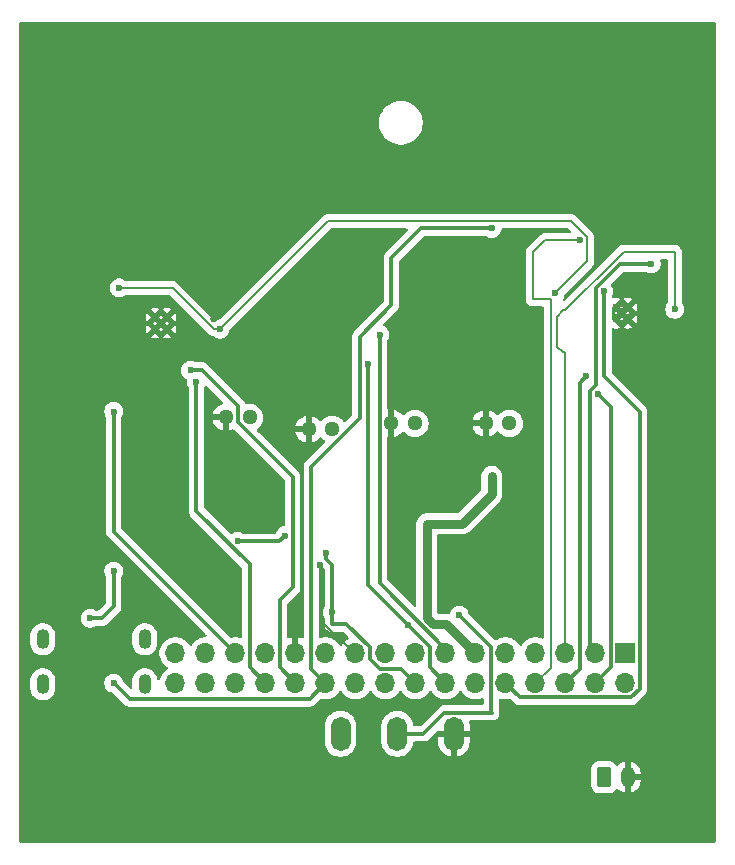
<source format=gbr>
%TF.GenerationSoftware,KiCad,Pcbnew,9.0.0*%
%TF.CreationDate,2025-03-28T12:19:00+02:00*%
%TF.ProjectId,EEE3088F_V1.0,45454533-3038-4384-965f-56312e302e6b,rev?*%
%TF.SameCoordinates,Original*%
%TF.FileFunction,Copper,L2,Bot*%
%TF.FilePolarity,Positive*%
%FSLAX46Y46*%
G04 Gerber Fmt 4.6, Leading zero omitted, Abs format (unit mm)*
G04 Created by KiCad (PCBNEW 9.0.0) date 2025-03-28 12:19:00*
%MOMM*%
%LPD*%
G01*
G04 APERTURE LIST*
G04 Aperture macros list*
%AMRoundRect*
0 Rectangle with rounded corners*
0 $1 Rounding radius*
0 $2 $3 $4 $5 $6 $7 $8 $9 X,Y pos of 4 corners*
0 Add a 4 corners polygon primitive as box body*
4,1,4,$2,$3,$4,$5,$6,$7,$8,$9,$2,$3,0*
0 Add four circle primitives for the rounded corners*
1,1,$1+$1,$2,$3*
1,1,$1+$1,$4,$5*
1,1,$1+$1,$6,$7*
1,1,$1+$1,$8,$9*
0 Add four rect primitives between the rounded corners*
20,1,$1+$1,$2,$3,$4,$5,0*
20,1,$1+$1,$4,$5,$6,$7,0*
20,1,$1+$1,$6,$7,$8,$9,0*
20,1,$1+$1,$8,$9,$2,$3,0*%
G04 Aperture macros list end*
%TA.AperFunction,ComponentPad*%
%ADD10O,1.300000X1.300000*%
%TD*%
%TA.AperFunction,ComponentPad*%
%ADD11O,1.200000X1.750000*%
%TD*%
%TA.AperFunction,ComponentPad*%
%ADD12RoundRect,0.250000X-0.350000X-0.625000X0.350000X-0.625000X0.350000X0.625000X-0.350000X0.625000X0*%
%TD*%
%TA.AperFunction,WasherPad*%
%ADD13O,1.100000X1.700000*%
%TD*%
%TA.AperFunction,ComponentPad*%
%ADD14C,0.609600*%
%TD*%
%TA.AperFunction,ComponentPad*%
%ADD15O,1.700000X1.700000*%
%TD*%
%TA.AperFunction,ComponentPad*%
%ADD16R,1.700000X1.700000*%
%TD*%
%TA.AperFunction,ComponentPad*%
%ADD17O,1.700000X2.900000*%
%TD*%
%TA.AperFunction,ViaPad*%
%ADD18C,0.600000*%
%TD*%
%TA.AperFunction,Conductor*%
%ADD19C,0.300000*%
%TD*%
%TA.AperFunction,Conductor*%
%ADD20C,0.200000*%
%TD*%
%TA.AperFunction,Conductor*%
%ADD21C,0.762000*%
%TD*%
G04 APERTURE END LIST*
D10*
%TO.P,C22,2*%
%TO.N,GND*%
X76000000Y-222500000D03*
%TO.P,C22,1*%
%TO.N,EXT_LOAD1_OUT*%
X78000000Y-222500000D03*
%TD*%
D11*
%TO.P,J1,2,Pin_2*%
%TO.N,GND*%
X110000000Y-252950000D03*
D12*
%TO.P,J1,1,Pin_1*%
%TO.N,Battery*%
X108000000Y-252950000D03*
%TD*%
D10*
%TO.P,C17,2*%
%TO.N,GND*%
X83000000Y-223500000D03*
%TO.P,C17,1*%
%TO.N,5V Out*%
X85000000Y-223500000D03*
%TD*%
%TO.P,C21,2*%
%TO.N,GND*%
X90000000Y-223000000D03*
%TO.P,C21,1*%
%TO.N,EXT_LOAD2_OUT*%
X92000000Y-223000000D03*
%TD*%
D13*
%TO.P,USB1,*%
%TO.N,*%
X69120000Y-245087800D03*
X69120000Y-241287700D03*
X60480200Y-245087800D03*
X60480200Y-241287700D03*
%TD*%
D14*
%TO.P,U3,*%
%TO.N,GND*%
X70000000Y-215000000D03*
X71000000Y-215000000D03*
X70000000Y-214000000D03*
X71000000Y-214000000D03*
%TD*%
D15*
%TO.P,J2,32,Pin_32*%
%TO.N,MOTOR1_A_OUT*%
X71720000Y-245000000D03*
%TO.P,J2,31,Pin_31*%
%TO.N,MOTOR1_B_OUT*%
X71720000Y-242460000D03*
%TO.P,J2,30,Pin_30*%
%TO.N,MOTOR1_CTRL2*%
X74260000Y-245000000D03*
%TO.P,J2,29,Pin_29*%
%TO.N,MOTOR3_B_OUT*%
X74260000Y-242460000D03*
%TO.P,J2,28,Pin_28*%
%TO.N,MOTOR1_CTRL1*%
X76800000Y-245000000D03*
%TO.P,J2,27,Pin_27*%
%TO.N,MOTOR3_A_OUT*%
X76800000Y-242460000D03*
%TO.P,J2,26,Pin_26*%
%TO.N,MOTOR3_CTRL2*%
X79340000Y-245000000D03*
%TO.P,J2,25,Pin_25*%
%TO.N,CTRL_EXT_LOAD1*%
X79340000Y-242460000D03*
%TO.P,J2,24,Pin_24*%
%TO.N,MOTOR3_CTRL1*%
X81880000Y-245000000D03*
%TO.P,J2,23,Pin_23*%
%TO.N,GND*%
X81880000Y-242460000D03*
%TO.P,J2,22,Pin_22*%
%TO.N,HV*%
X84420000Y-245000000D03*
%TO.P,J2,21,Pin_21*%
%TO.N,EXT_LOAD1_OUT*%
X84420000Y-242460000D03*
%TO.P,J2,20,Pin_20*%
%TO.N,5V Out*%
X86960000Y-245000000D03*
%TO.P,J2,19,Pin_19*%
%TO.N,GND*%
X86960000Y-242460000D03*
%TO.P,J2,18,Pin_18*%
%TO.N,3V3 Out*%
X89500000Y-245000000D03*
%TO.P,J2,17,Pin_17*%
%TO.N,I2C1_SDA*%
X89500000Y-242460000D03*
%TO.P,J2,16,Pin_16*%
%TO.N,I2C1_SCL*%
X92040000Y-245000000D03*
%TO.P,J2,15,Pin_15*%
%TO.N,unconnected-(J2-Pin_15-Pad15)*%
X92040000Y-242460000D03*
%TO.P,J2,14,Pin_14*%
%TO.N,Battery*%
X94580000Y-245000000D03*
%TO.P,J2,13,Pin_13*%
%TO.N,FAST_CHARGE_CTRL*%
X94580000Y-242460000D03*
%TO.P,J2,12,Pin_12*%
%TO.N,unconnected-(J2-Pin_12-Pad12)*%
X97120000Y-245000000D03*
%TO.P,J2,11,Pin_11*%
%TO.N,EXT_LOAD2_OUT*%
X97120000Y-242460000D03*
%TO.P,J2,10,Pin_10*%
%TO.N,MOTOR4_CTRL2*%
X99660000Y-245000000D03*
%TO.P,J2,9,Pin_9*%
%TO.N,unconnected-(J2-Pin_9-Pad9)*%
X99660000Y-242460000D03*
%TO.P,J2,8,Pin_8*%
%TO.N,MOTOR4_CTRL1*%
X102200000Y-245000000D03*
%TO.P,J2,7,Pin_7*%
%TO.N,CTRL_EXT_LOAD2*%
X102200000Y-242460000D03*
%TO.P,J2,6,Pin_6*%
%TO.N,MOTOR2_CTRL2*%
X104740000Y-245000000D03*
%TO.P,J2,5,Pin_5*%
%TO.N,MOTOR4_B_OUT*%
X104740000Y-242460000D03*
%TO.P,J2,4,Pin_4*%
%TO.N,MOTOR2_CTRL1*%
X107280000Y-245000000D03*
%TO.P,J2,3,Pin_3*%
%TO.N,MOTOR4_A_OUT*%
X107280000Y-242460000D03*
%TO.P,J2,2,Pin_2*%
%TO.N,MOTOR2_A_OUT*%
X109820000Y-245000000D03*
D16*
%TO.P,J2,1,Pin_1*%
%TO.N,MOTOR2_B_OUT*%
X109820000Y-242460000D03*
%TD*%
D10*
%TO.P,C18,2*%
%TO.N,GND*%
X98000000Y-223000000D03*
%TO.P,C18,1*%
%TO.N,5V Out*%
X100000000Y-223000000D03*
%TD*%
D17*
%TO.P,U10,3,3*%
%TO.N,GND*%
X95299900Y-249286500D03*
%TO.P,U10,2,2*%
%TO.N,Battery Out*%
X90500000Y-249286500D03*
%TO.P,U10,1,1*%
%TO.N,Battery*%
X85699900Y-249286500D03*
%TD*%
D14*
%TO.P,U5,*%
%TO.N,GND*%
X110000100Y-213175000D03*
X109000100Y-213175000D03*
X110000100Y-214175000D03*
X109000100Y-214175000D03*
%TD*%
D18*
%TO.N,GND*%
X101000000Y-213000000D03*
X109500000Y-217500000D03*
X75000000Y-214175000D03*
X84000000Y-235000000D03*
X115500000Y-221000000D03*
X99000000Y-213000000D03*
X67478800Y-208500000D03*
X65750000Y-210250000D03*
%TO.N,HV*%
X98500000Y-206500000D03*
X66500000Y-245000000D03*
%TO.N,Battery Out*%
X66962600Y-211537400D03*
X103869000Y-212000000D03*
X75475000Y-215025000D03*
X95750000Y-239250000D03*
%TO.N,5V Out*%
X81000000Y-232500000D03*
X77000000Y-233000000D03*
%TO.N,Battery*%
X91389235Y-240110765D03*
X88000000Y-218000000D03*
%TO.N,EXT_LOAD2_OUT*%
X98500000Y-227500000D03*
%TO.N,MOTOR2_CTRL1*%
X107500000Y-220500000D03*
%TO.N,MOTOR4_B_OUT*%
X114000000Y-213350000D03*
%TO.N,FAST_CHARGE_CTRL*%
X89000000Y-215500000D03*
%TO.N,I2C1_SCL*%
X85000000Y-239000000D03*
X84500000Y-234000000D03*
%TO.N,MOTOR4_A_OUT*%
X112000000Y-209500000D03*
%TO.N,MOTOR4_CTRL2*%
X107973329Y-211830278D03*
%TO.N,MOTOR3_CTRL2*%
X73500000Y-219500000D03*
%TO.N,MOTOR4_CTRL1*%
X106000000Y-207500000D03*
%TO.N,MOTOR2_CTRL2*%
X106500000Y-219000000D03*
%TO.N,MOTOR3_A_OUT*%
X66500000Y-222000000D03*
%TO.N,MOTOR3_CTRL1*%
X73000000Y-218500000D03*
%TO.N,Net-(U11-CC1)*%
X64500000Y-239500000D03*
X66500000Y-235500000D03*
%TD*%
D19*
%TO.N,GND*%
X99000000Y-213000000D02*
X101000000Y-213000000D01*
X75000000Y-214175000D02*
X74825000Y-214175000D01*
D20*
X86822190Y-242460000D02*
X84000000Y-239637810D01*
X69325000Y-208500000D02*
X75000000Y-214175000D01*
X67478800Y-208500000D02*
X69325000Y-208500000D01*
X86960000Y-242460000D02*
X86822190Y-242460000D01*
X65750000Y-210250000D02*
X65750000Y-210228800D01*
X65750000Y-210228800D02*
X67478800Y-208500000D01*
X109500000Y-214674900D02*
X109000100Y-214175000D01*
X109500000Y-217500000D02*
X109500000Y-214674900D01*
X84000000Y-239637810D02*
X84000000Y-235000000D01*
D19*
%TO.N,HV*%
X83219000Y-243799000D02*
X83219000Y-226696628D01*
X83081200Y-246338800D02*
X67838800Y-246338800D01*
X84420000Y-245000000D02*
X83081200Y-246338800D01*
X87349000Y-215651000D02*
X90000000Y-213000000D01*
X90000000Y-209000000D02*
X92500000Y-206500000D01*
X67838800Y-246338800D02*
X66500000Y-245000000D01*
X87349000Y-222566628D02*
X87349000Y-215651000D01*
X92500000Y-206500000D02*
X93000000Y-206500000D01*
X84420000Y-245000000D02*
X83219000Y-243799000D01*
X93000000Y-206500000D02*
X98500000Y-206500000D01*
X90000000Y-213000000D02*
X90000000Y-209000000D01*
X83219000Y-226696628D02*
X87349000Y-222566628D01*
D20*
%TO.N,Battery Out*%
X106601000Y-207251057D02*
X105248943Y-205899000D01*
D19*
X90500000Y-249286500D02*
X92713500Y-249286500D01*
D20*
X75475000Y-215025000D02*
X75000057Y-215025000D01*
X71512457Y-211537400D02*
X66962600Y-211537400D01*
D19*
X92713500Y-249286500D02*
X94500000Y-247500000D01*
D20*
X103869000Y-212000000D02*
X106601000Y-209268000D01*
X106601000Y-209268000D02*
X106601000Y-207251057D01*
D19*
X98459000Y-241959000D02*
X95750000Y-239250000D01*
D20*
X75000057Y-215025000D02*
X71512457Y-211537400D01*
X84601000Y-205899000D02*
X75475000Y-215025000D01*
D19*
X94514500Y-247485500D02*
X98485500Y-247485500D01*
X98500000Y-247500000D02*
X98459000Y-247459000D01*
X98485500Y-247485500D02*
X98500000Y-247500000D01*
X94500000Y-247500000D02*
X94514500Y-247485500D01*
D20*
X105248943Y-205899000D02*
X84601000Y-205899000D01*
D19*
X98459000Y-247459000D02*
X98459000Y-241959000D01*
%TO.N,5V Out*%
X77000000Y-233000000D02*
X80500000Y-233000000D01*
X80500000Y-233000000D02*
X81000000Y-232500000D01*
%TO.N,Battery*%
X93241000Y-243661000D02*
X93241000Y-241962529D01*
X94580000Y-245000000D02*
X93241000Y-243661000D01*
X91389235Y-240110765D02*
X88000000Y-236721530D01*
X93241000Y-241962529D02*
X91389235Y-240110765D01*
X88000000Y-236721530D02*
X88000000Y-218000000D01*
X91349562Y-240071091D02*
X91389235Y-240110765D01*
D21*
%TO.N,EXT_LOAD2_OUT*%
X93000000Y-239500000D02*
X93000000Y-231500000D01*
X97120000Y-242460000D02*
X94660000Y-240000000D01*
X98500000Y-229000000D02*
X98500000Y-227500000D01*
X93500000Y-240000000D02*
X93000000Y-239500000D01*
X94660000Y-240000000D02*
X93500000Y-240000000D01*
X96000000Y-231500000D02*
X98500000Y-229000000D01*
X93000000Y-231500000D02*
X96000000Y-231500000D01*
D19*
%TO.N,MOTOR2_CTRL1*%
X108619000Y-243661000D02*
X108619000Y-221619000D01*
X108619000Y-221619000D02*
X107500000Y-220500000D01*
X107280000Y-245000000D02*
X108619000Y-243661000D01*
D20*
%TO.N,MOTOR4_B_OUT*%
X104500000Y-217000000D02*
X104000000Y-216500000D01*
X109175432Y-208999000D02*
X109674432Y-208500000D01*
X104740000Y-242460000D02*
X104740000Y-217000000D01*
X104740000Y-213434433D02*
X109175432Y-208999000D01*
X114000000Y-208500000D02*
X114000000Y-213350000D01*
X104000000Y-214000000D02*
X104565567Y-213434433D01*
X109674432Y-208500000D02*
X114000000Y-208500000D01*
X104000000Y-216500000D02*
X104000000Y-214000000D01*
X104565567Y-213434433D02*
X104740000Y-213434433D01*
X104740000Y-217000000D02*
X104500000Y-217000000D01*
D19*
%TO.N,FAST_CHARGE_CTRL*%
X94964796Y-242500000D02*
X89000000Y-236535204D01*
X89000000Y-236535204D02*
X89000000Y-215500000D01*
X94580000Y-242460000D02*
X94960000Y-242460000D01*
X94960000Y-242460000D02*
X95000000Y-242500000D01*
X95000000Y-242500000D02*
X94964796Y-242500000D01*
%TO.N,I2C1_SCL*%
X88161000Y-241962529D02*
X86198471Y-240000000D01*
X89002529Y-243799000D02*
X88161000Y-242957471D01*
X92040000Y-245000000D02*
X90839000Y-243799000D01*
X85000000Y-235000000D02*
X85000000Y-239000000D01*
X88161000Y-242957471D02*
X88161000Y-241962529D01*
X90839000Y-243799000D02*
X89002529Y-243799000D01*
X84500000Y-234000000D02*
X84500000Y-234500000D01*
X86198471Y-240000000D02*
X85000000Y-240000000D01*
X84500000Y-234500000D02*
X85000000Y-235000000D01*
X92040000Y-245000000D02*
X92500000Y-245000000D01*
X85000000Y-240000000D02*
X85000000Y-239000000D01*
%TO.N,MOTOR4_A_OUT*%
X107280000Y-242460000D02*
X106849000Y-242029000D01*
X106849000Y-242029000D02*
X106849000Y-220230346D01*
X107322329Y-219757017D02*
X107322329Y-211560624D01*
X106849000Y-220230346D02*
X107322329Y-219757017D01*
X107322329Y-211560624D02*
X109382953Y-209500000D01*
X109382953Y-209500000D02*
X112000000Y-209500000D01*
%TO.N,MOTOR4_CTRL2*%
X108000000Y-211911109D02*
X108000000Y-219000000D01*
X107973329Y-211830278D02*
X107973312Y-211830295D01*
X108000000Y-219000000D02*
X111021000Y-222021000D01*
X110317471Y-246201000D02*
X100861000Y-246201000D01*
X107973312Y-211830295D02*
X107973312Y-211884421D01*
X111021000Y-245497471D02*
X110317471Y-246201000D01*
X111021000Y-222021000D02*
X111021000Y-245497471D01*
X100861000Y-246201000D02*
X99660000Y-245000000D01*
X107973312Y-211884421D02*
X108000000Y-211911109D01*
%TO.N,MOTOR3_CTRL2*%
X78001000Y-234921654D02*
X73500000Y-230420654D01*
X78001000Y-243661000D02*
X78001000Y-234921654D01*
X79340000Y-245000000D02*
X78001000Y-243661000D01*
X73500000Y-230420654D02*
X73500000Y-219500000D01*
D20*
%TO.N,MOTOR4_CTRL1*%
X102000000Y-208500000D02*
X103000000Y-207500000D01*
X103500000Y-243700000D02*
X103500000Y-212500000D01*
X102200000Y-245000000D02*
X103500000Y-243700000D01*
X102000000Y-212500000D02*
X102000000Y-208500000D01*
X103000000Y-207500000D02*
X106000000Y-207500000D01*
X103500000Y-212500000D02*
X102000000Y-212500000D01*
D19*
%TO.N,MOTOR2_CTRL2*%
X105941000Y-219559000D02*
X106500000Y-219000000D01*
X105941000Y-243799000D02*
X105941000Y-219559000D01*
X104740000Y-245000000D02*
X105941000Y-243799000D01*
%TO.N,MOTOR3_A_OUT*%
X66500000Y-232160000D02*
X66500000Y-222000000D01*
X76800000Y-242460000D02*
X66500000Y-232160000D01*
%TO.N,MOTOR3_CTRL1*%
X81651000Y-236890000D02*
X81651000Y-227566628D01*
X80541000Y-238000000D02*
X81651000Y-236890000D01*
X80541000Y-243661000D02*
X80541000Y-238000000D01*
X81880000Y-245000000D02*
X80541000Y-243661000D01*
X77000000Y-222915628D02*
X77000000Y-221500000D01*
X81651000Y-227566628D02*
X77000000Y-222915628D01*
X77000000Y-221500000D02*
X74000000Y-218500000D01*
X73000000Y-218500000D02*
X74000000Y-218500000D01*
%TO.N,Net-(U11-CC1)*%
X64500000Y-239500000D02*
X65500000Y-239500000D01*
X65500000Y-239500000D02*
X66500000Y-238500000D01*
X66500000Y-238500000D02*
X66500000Y-235500000D01*
%TD*%
%TA.AperFunction,Conductor*%
%TO.N,GND*%
G36*
X84074703Y-234995095D02*
G01*
X84081181Y-235001127D01*
X84313181Y-235233127D01*
X84346666Y-235294450D01*
X84349500Y-235320808D01*
X84349500Y-238495064D01*
X84329815Y-238562103D01*
X84328603Y-238563954D01*
X84290608Y-238620817D01*
X84290602Y-238620828D01*
X84230264Y-238766498D01*
X84230261Y-238766510D01*
X84199500Y-238921153D01*
X84199500Y-239078846D01*
X84230261Y-239233489D01*
X84230264Y-239233501D01*
X84290602Y-239379172D01*
X84290606Y-239379179D01*
X84328602Y-239436044D01*
X84349480Y-239502721D01*
X84349500Y-239504935D01*
X84349500Y-240064069D01*
X84349500Y-240064071D01*
X84349499Y-240064071D01*
X84374497Y-240189738D01*
X84374499Y-240189744D01*
X84423533Y-240308124D01*
X84423538Y-240308133D01*
X84494723Y-240414668D01*
X84494726Y-240414672D01*
X84585327Y-240505273D01*
X84585331Y-240505276D01*
X84691866Y-240576461D01*
X84691872Y-240576464D01*
X84691873Y-240576465D01*
X84810256Y-240625501D01*
X84810260Y-240625501D01*
X84810261Y-240625502D01*
X84935928Y-240650500D01*
X84935931Y-240650500D01*
X85064069Y-240650500D01*
X85877663Y-240650500D01*
X85944702Y-240670185D01*
X85965344Y-240686819D01*
X86351339Y-241072814D01*
X86384824Y-241134137D01*
X86379840Y-241203829D01*
X86337968Y-241259762D01*
X86319954Y-241270979D01*
X86252444Y-241305377D01*
X86080540Y-241430272D01*
X86080535Y-241430276D01*
X85930276Y-241580535D01*
X85930272Y-241580540D01*
X85805378Y-241752443D01*
X85800762Y-241761502D01*
X85752784Y-241812295D01*
X85684963Y-241829087D01*
X85618829Y-241806546D01*
X85579794Y-241761493D01*
X85575051Y-241752184D01*
X85575049Y-241752181D01*
X85575048Y-241752179D01*
X85450109Y-241580213D01*
X85299786Y-241429890D01*
X85127820Y-241304951D01*
X84938414Y-241208444D01*
X84938413Y-241208443D01*
X84938412Y-241208443D01*
X84736243Y-241142754D01*
X84736241Y-241142753D01*
X84736240Y-241142753D01*
X84562502Y-241115236D01*
X84526287Y-241109500D01*
X84313713Y-241109500D01*
X84277498Y-241115236D01*
X84103759Y-241142753D01*
X84103755Y-241142754D01*
X84031817Y-241166128D01*
X83961976Y-241168123D01*
X83902143Y-241132042D01*
X83871316Y-241069341D01*
X83869500Y-241048197D01*
X83869500Y-235088808D01*
X83889185Y-235021769D01*
X83941989Y-234976014D01*
X84011147Y-234966070D01*
X84074703Y-234995095D01*
G37*
%TD.AperFunction*%
%TA.AperFunction,Conductor*%
G36*
X105015885Y-206519185D02*
G01*
X105036527Y-206535819D01*
X105188527Y-206687819D01*
X105222012Y-206749142D01*
X105217028Y-206818834D01*
X105175156Y-206874767D01*
X105109692Y-206899184D01*
X105100846Y-206899500D01*
X103086670Y-206899500D01*
X103086654Y-206899499D01*
X103079058Y-206899499D01*
X102920943Y-206899499D01*
X102844579Y-206919961D01*
X102768214Y-206940423D01*
X102768209Y-206940426D01*
X102631290Y-207019475D01*
X102631282Y-207019481D01*
X101519481Y-208131282D01*
X101519479Y-208131285D01*
X101474385Y-208209392D01*
X101474384Y-208209393D01*
X101440423Y-208268214D01*
X101440423Y-208268215D01*
X101399499Y-208420943D01*
X101399499Y-208420945D01*
X101399499Y-208589046D01*
X101399500Y-208589059D01*
X101399500Y-212420943D01*
X101399500Y-212579057D01*
X101440094Y-212730554D01*
X101440423Y-212731783D01*
X101440426Y-212731790D01*
X101519475Y-212868709D01*
X101519479Y-212868714D01*
X101519480Y-212868716D01*
X101631284Y-212980520D01*
X101631286Y-212980521D01*
X101631290Y-212980524D01*
X101744355Y-213045801D01*
X101768216Y-213059577D01*
X101920943Y-213100500D01*
X102775500Y-213100500D01*
X102842539Y-213120185D01*
X102888294Y-213172989D01*
X102899500Y-213224500D01*
X102899500Y-241098361D01*
X102879815Y-241165400D01*
X102827011Y-241211155D01*
X102757853Y-241221099D01*
X102723024Y-241210059D01*
X102722921Y-241210310D01*
X102720006Y-241209102D01*
X102719221Y-241208854D01*
X102718419Y-241208445D01*
X102548755Y-241153318D01*
X102516243Y-241142754D01*
X102516241Y-241142753D01*
X102516240Y-241142753D01*
X102342502Y-241115236D01*
X102306287Y-241109500D01*
X102093713Y-241109500D01*
X102057498Y-241115236D01*
X101883760Y-241142753D01*
X101681585Y-241208444D01*
X101492179Y-241304951D01*
X101320213Y-241429890D01*
X101169890Y-241580213D01*
X101044949Y-241752182D01*
X101040484Y-241760946D01*
X100992509Y-241811742D01*
X100924688Y-241828536D01*
X100858553Y-241805998D01*
X100819516Y-241760946D01*
X100815050Y-241752182D01*
X100690109Y-241580213D01*
X100539786Y-241429890D01*
X100367820Y-241304951D01*
X100178414Y-241208444D01*
X100178413Y-241208443D01*
X100178412Y-241208443D01*
X99976243Y-241142754D01*
X99976241Y-241142753D01*
X99976240Y-241142753D01*
X99802502Y-241115236D01*
X99766287Y-241109500D01*
X99553713Y-241109500D01*
X99517498Y-241115236D01*
X99343760Y-241142753D01*
X99141585Y-241208444D01*
X98952179Y-241304951D01*
X98906215Y-241338345D01*
X98840408Y-241361823D01*
X98772355Y-241345996D01*
X98745652Y-241325706D01*
X96567015Y-239147069D01*
X96533530Y-239085746D01*
X96533093Y-239083652D01*
X96519737Y-239016503D01*
X96480242Y-238921153D01*
X96459397Y-238870827D01*
X96459390Y-238870814D01*
X96371789Y-238739711D01*
X96371786Y-238739707D01*
X96260292Y-238628213D01*
X96260288Y-238628210D01*
X96129185Y-238540609D01*
X96129172Y-238540602D01*
X95983501Y-238480264D01*
X95983489Y-238480261D01*
X95828845Y-238449500D01*
X95828842Y-238449500D01*
X95671158Y-238449500D01*
X95671155Y-238449500D01*
X95516510Y-238480261D01*
X95516498Y-238480264D01*
X95370827Y-238540602D01*
X95370814Y-238540609D01*
X95239711Y-238628210D01*
X95239707Y-238628213D01*
X95128213Y-238739707D01*
X95128210Y-238739711D01*
X95040609Y-238870814D01*
X95040602Y-238870827D01*
X94980264Y-239016498D01*
X94980262Y-239016506D01*
X94976052Y-239037670D01*
X94943665Y-239099581D01*
X94882949Y-239134153D01*
X94830244Y-239135093D01*
X94746825Y-239118500D01*
X94746821Y-239118500D01*
X94746820Y-239118500D01*
X94005500Y-239118500D01*
X93938461Y-239098815D01*
X93892706Y-239046011D01*
X93881500Y-238994500D01*
X93881500Y-232505500D01*
X93901185Y-232438461D01*
X93953989Y-232392706D01*
X94005500Y-232381500D01*
X96086823Y-232381500D01*
X96201393Y-232358709D01*
X96257124Y-232347624D01*
X96337335Y-232314399D01*
X96417543Y-232281177D01*
X96417544Y-232281176D01*
X96417547Y-232281175D01*
X96561924Y-232184706D01*
X99184706Y-229561924D01*
X99232940Y-229489735D01*
X99281175Y-229417547D01*
X99300637Y-229370559D01*
X99347625Y-229257124D01*
X99381500Y-229086821D01*
X99381500Y-228913179D01*
X99381500Y-227413180D01*
X99381500Y-227413177D01*
X99347625Y-227242881D01*
X99347624Y-227242880D01*
X99347624Y-227242876D01*
X99309964Y-227151955D01*
X99281178Y-227082459D01*
X99281171Y-227082446D01*
X99184706Y-226938077D01*
X99184703Y-226938073D01*
X99061926Y-226815296D01*
X99061922Y-226815293D01*
X98917553Y-226718828D01*
X98917540Y-226718821D01*
X98757128Y-226652377D01*
X98757118Y-226652374D01*
X98586822Y-226618500D01*
X98586820Y-226618500D01*
X98413180Y-226618500D01*
X98413178Y-226618500D01*
X98242881Y-226652374D01*
X98242871Y-226652377D01*
X98082459Y-226718821D01*
X98082446Y-226718828D01*
X97938077Y-226815293D01*
X97938073Y-226815296D01*
X97815296Y-226938073D01*
X97815293Y-226938077D01*
X97718828Y-227082446D01*
X97718821Y-227082459D01*
X97652377Y-227242871D01*
X97652374Y-227242881D01*
X97618500Y-227413177D01*
X97618500Y-228583508D01*
X97598815Y-228650547D01*
X97582181Y-228671189D01*
X95671189Y-230582181D01*
X95609866Y-230615666D01*
X95583508Y-230618500D01*
X92913178Y-230618500D01*
X92742881Y-230652374D01*
X92742871Y-230652377D01*
X92582459Y-230718821D01*
X92582446Y-230718828D01*
X92438077Y-230815293D01*
X92438073Y-230815296D01*
X92315296Y-230938073D01*
X92315293Y-230938077D01*
X92218828Y-231082446D01*
X92218821Y-231082459D01*
X92152377Y-231242871D01*
X92152374Y-231242881D01*
X92118500Y-231413177D01*
X92118500Y-238434396D01*
X92098815Y-238501435D01*
X92046011Y-238547190D01*
X91976853Y-238557134D01*
X91913297Y-238528109D01*
X91906819Y-238522077D01*
X89686819Y-236302077D01*
X89653334Y-236240754D01*
X89650500Y-236214396D01*
X89650500Y-224254163D01*
X89670185Y-224187124D01*
X89722989Y-224141369D01*
X89732055Y-224140065D01*
X89750000Y-224124738D01*
X89750000Y-223315686D01*
X89754394Y-223320080D01*
X89845606Y-223372741D01*
X89947339Y-223400000D01*
X90052661Y-223400000D01*
X90154394Y-223372741D01*
X90245606Y-223320080D01*
X90250000Y-223315686D01*
X90250000Y-224124737D01*
X90269287Y-224121683D01*
X90269300Y-224121680D01*
X90441444Y-224065748D01*
X90441447Y-224065747D01*
X90602734Y-223983565D01*
X90749169Y-223877176D01*
X90877172Y-223749173D01*
X90877178Y-223749166D01*
X90899371Y-223718620D01*
X90954700Y-223675953D01*
X91024313Y-223669972D01*
X91086109Y-223702577D01*
X91100008Y-223718617D01*
X91122445Y-223749499D01*
X91250500Y-223877554D01*
X91250505Y-223877558D01*
X91338442Y-223941447D01*
X91397006Y-223983996D01*
X91502484Y-224037740D01*
X91558360Y-224066211D01*
X91558363Y-224066212D01*
X91644476Y-224094191D01*
X91730591Y-224122171D01*
X91813429Y-224135291D01*
X91909449Y-224150500D01*
X91909454Y-224150500D01*
X92090551Y-224150500D01*
X92177259Y-224136765D01*
X92269409Y-224122171D01*
X92441639Y-224066211D01*
X92602994Y-223983996D01*
X92749501Y-223877553D01*
X92877553Y-223749501D01*
X92983996Y-223602994D01*
X93066211Y-223441639D01*
X93122171Y-223269409D01*
X93130919Y-223214176D01*
X93134188Y-223193540D01*
X93134188Y-223193539D01*
X93150500Y-223090551D01*
X93150500Y-222909448D01*
X93134188Y-222806459D01*
X93125941Y-222754394D01*
X93125245Y-222750000D01*
X96875261Y-222750000D01*
X97684314Y-222750000D01*
X97679920Y-222754394D01*
X97627259Y-222845606D01*
X97600000Y-222947339D01*
X97600000Y-223052661D01*
X97627259Y-223154394D01*
X97679920Y-223245606D01*
X97684314Y-223250000D01*
X96875261Y-223250000D01*
X96878315Y-223269285D01*
X96878318Y-223269295D01*
X96934250Y-223441441D01*
X96934252Y-223441447D01*
X97016434Y-223602734D01*
X97122823Y-223749169D01*
X97250830Y-223877176D01*
X97397265Y-223983565D01*
X97558552Y-224065747D01*
X97558555Y-224065748D01*
X97730699Y-224121680D01*
X97730712Y-224121683D01*
X97750000Y-224124738D01*
X97750000Y-223315686D01*
X97754394Y-223320080D01*
X97845606Y-223372741D01*
X97947339Y-223400000D01*
X98052661Y-223400000D01*
X98154394Y-223372741D01*
X98245606Y-223320080D01*
X98250000Y-223315686D01*
X98250000Y-224124737D01*
X98269287Y-224121683D01*
X98269300Y-224121680D01*
X98441444Y-224065748D01*
X98441447Y-224065747D01*
X98602734Y-223983565D01*
X98749169Y-223877176D01*
X98877172Y-223749173D01*
X98877178Y-223749166D01*
X98899371Y-223718620D01*
X98954700Y-223675953D01*
X99024313Y-223669972D01*
X99086109Y-223702577D01*
X99100008Y-223718617D01*
X99122445Y-223749499D01*
X99250500Y-223877554D01*
X99250505Y-223877558D01*
X99338442Y-223941447D01*
X99397006Y-223983996D01*
X99502484Y-224037740D01*
X99558360Y-224066211D01*
X99558363Y-224066212D01*
X99644476Y-224094191D01*
X99730591Y-224122171D01*
X99813429Y-224135291D01*
X99909449Y-224150500D01*
X99909454Y-224150500D01*
X100090551Y-224150500D01*
X100177259Y-224136765D01*
X100269409Y-224122171D01*
X100441639Y-224066211D01*
X100602994Y-223983996D01*
X100749501Y-223877553D01*
X100877553Y-223749501D01*
X100983996Y-223602994D01*
X101066211Y-223441639D01*
X101122171Y-223269409D01*
X101140388Y-223154394D01*
X101150500Y-223090551D01*
X101150500Y-222909448D01*
X101132755Y-222797419D01*
X101122171Y-222730591D01*
X101087156Y-222622823D01*
X101066212Y-222558363D01*
X101066211Y-222558360D01*
X101009642Y-222447339D01*
X100983996Y-222397006D01*
X100943892Y-222341807D01*
X100877558Y-222250505D01*
X100877554Y-222250500D01*
X100749499Y-222122445D01*
X100749494Y-222122441D01*
X100602997Y-222016006D01*
X100602996Y-222016005D01*
X100602994Y-222016004D01*
X100551300Y-221989664D01*
X100441639Y-221933788D01*
X100441636Y-221933787D01*
X100269410Y-221877829D01*
X100090551Y-221849500D01*
X100090546Y-221849500D01*
X99909454Y-221849500D01*
X99909449Y-221849500D01*
X99730589Y-221877829D01*
X99558363Y-221933787D01*
X99558360Y-221933788D01*
X99397002Y-222016006D01*
X99250505Y-222122441D01*
X99250500Y-222122445D01*
X99122443Y-222250502D01*
X99100007Y-222281383D01*
X99044676Y-222324048D01*
X98975063Y-222330026D01*
X98913268Y-222297419D01*
X98899372Y-222281381D01*
X98877176Y-222250830D01*
X98749169Y-222122823D01*
X98602734Y-222016434D01*
X98441447Y-221934252D01*
X98441441Y-221934250D01*
X98269295Y-221878318D01*
X98269285Y-221878315D01*
X98250000Y-221875260D01*
X98250000Y-222684314D01*
X98245606Y-222679920D01*
X98154394Y-222627259D01*
X98052661Y-222600000D01*
X97947339Y-222600000D01*
X97845606Y-222627259D01*
X97754394Y-222679920D01*
X97750000Y-222684314D01*
X97750000Y-221875260D01*
X97730714Y-221878315D01*
X97730704Y-221878318D01*
X97558558Y-221934250D01*
X97558552Y-221934252D01*
X97397265Y-222016434D01*
X97250830Y-222122823D01*
X97122823Y-222250830D01*
X97016434Y-222397265D01*
X96934252Y-222558552D01*
X96934250Y-222558558D01*
X96878318Y-222730704D01*
X96878315Y-222730714D01*
X96875261Y-222750000D01*
X93125245Y-222750000D01*
X93122171Y-222730591D01*
X93087156Y-222622823D01*
X93066212Y-222558363D01*
X93066211Y-222558360D01*
X93009642Y-222447339D01*
X92983996Y-222397006D01*
X92943892Y-222341807D01*
X92877558Y-222250505D01*
X92877554Y-222250500D01*
X92749499Y-222122445D01*
X92749494Y-222122441D01*
X92602997Y-222016006D01*
X92602996Y-222016005D01*
X92602994Y-222016004D01*
X92551300Y-221989664D01*
X92441639Y-221933788D01*
X92441636Y-221933787D01*
X92269410Y-221877829D01*
X92090551Y-221849500D01*
X92090546Y-221849500D01*
X91909454Y-221849500D01*
X91909449Y-221849500D01*
X91730589Y-221877829D01*
X91558363Y-221933787D01*
X91558360Y-221933788D01*
X91397002Y-222016006D01*
X91250505Y-222122441D01*
X91250500Y-222122445D01*
X91122443Y-222250502D01*
X91100007Y-222281383D01*
X91044676Y-222324048D01*
X90975063Y-222330026D01*
X90913268Y-222297419D01*
X90899372Y-222281381D01*
X90877176Y-222250830D01*
X90749169Y-222122823D01*
X90602734Y-222016434D01*
X90441447Y-221934252D01*
X90441441Y-221934250D01*
X90269295Y-221878318D01*
X90269285Y-221878315D01*
X90250000Y-221875260D01*
X90250000Y-222684314D01*
X90245606Y-222679920D01*
X90154394Y-222627259D01*
X90052661Y-222600000D01*
X89947339Y-222600000D01*
X89845606Y-222627259D01*
X89754394Y-222679920D01*
X89750000Y-222684314D01*
X89750000Y-221881290D01*
X89701634Y-221846165D01*
X89688100Y-221828621D01*
X89671150Y-221814351D01*
X89667176Y-221801497D01*
X89658957Y-221790843D01*
X89657056Y-221768764D01*
X89650513Y-221747599D01*
X89650500Y-221745833D01*
X89650500Y-216004935D01*
X89670185Y-215937896D01*
X89671366Y-215936090D01*
X89709394Y-215879179D01*
X89769737Y-215733497D01*
X89800500Y-215578842D01*
X89800500Y-215421158D01*
X89800500Y-215421155D01*
X89800499Y-215421153D01*
X89769738Y-215266510D01*
X89769737Y-215266503D01*
X89769735Y-215266498D01*
X89709397Y-215120827D01*
X89709390Y-215120814D01*
X89621789Y-214989711D01*
X89621786Y-214989707D01*
X89510292Y-214878213D01*
X89510288Y-214878210D01*
X89379185Y-214790609D01*
X89379172Y-214790602D01*
X89373968Y-214788447D01*
X89319564Y-214744607D01*
X89297499Y-214678313D01*
X89314778Y-214610613D01*
X89333739Y-214586205D01*
X89859777Y-214060168D01*
X90505276Y-213414669D01*
X90576465Y-213308127D01*
X90625501Y-213189744D01*
X90643253Y-213100500D01*
X90650500Y-213064071D01*
X90650500Y-209320808D01*
X90670185Y-209253769D01*
X90686819Y-209233127D01*
X92733127Y-207186819D01*
X92794450Y-207153334D01*
X92820808Y-207150500D01*
X92935931Y-207150500D01*
X97995065Y-207150500D01*
X98062104Y-207170185D01*
X98063909Y-207171366D01*
X98120821Y-207209394D01*
X98120823Y-207209395D01*
X98120827Y-207209397D01*
X98266498Y-207269735D01*
X98266503Y-207269737D01*
X98421153Y-207300499D01*
X98421156Y-207300500D01*
X98421158Y-207300500D01*
X98578844Y-207300500D01*
X98578845Y-207300499D01*
X98733497Y-207269737D01*
X98879179Y-207209394D01*
X99010289Y-207121789D01*
X99121789Y-207010289D01*
X99209394Y-206879179D01*
X99211222Y-206874767D01*
X99223067Y-206846166D01*
X99269737Y-206733497D01*
X99296429Y-206599309D01*
X99328814Y-206537398D01*
X99389529Y-206502824D01*
X99418046Y-206499500D01*
X104948846Y-206499500D01*
X105015885Y-206519185D01*
G37*
%TD.AperFunction*%
%TA.AperFunction,Conductor*%
G36*
X74331544Y-219800017D02*
G01*
X74341593Y-219798391D01*
X74364824Y-219808509D01*
X74389381Y-219814776D01*
X74402359Y-219824857D01*
X74405650Y-219826291D01*
X74407208Y-219828624D01*
X74413794Y-219833740D01*
X75759456Y-221179402D01*
X75792941Y-221240725D01*
X75787957Y-221310417D01*
X75746085Y-221366350D01*
X75710093Y-221385014D01*
X75558555Y-221434251D01*
X75558552Y-221434252D01*
X75397265Y-221516434D01*
X75250830Y-221622823D01*
X75122823Y-221750830D01*
X75016434Y-221897265D01*
X74934252Y-222058552D01*
X74934250Y-222058558D01*
X74878318Y-222230704D01*
X74878315Y-222230714D01*
X74875261Y-222250000D01*
X75684314Y-222250000D01*
X75679920Y-222254394D01*
X75627259Y-222345606D01*
X75600000Y-222447339D01*
X75600000Y-222552661D01*
X75627259Y-222654394D01*
X75679920Y-222745606D01*
X75684314Y-222750000D01*
X74875261Y-222750000D01*
X74878315Y-222769285D01*
X74878318Y-222769295D01*
X74934250Y-222941441D01*
X74934252Y-222941447D01*
X75016434Y-223102734D01*
X75122823Y-223249169D01*
X75250830Y-223377176D01*
X75397265Y-223483565D01*
X75558552Y-223565747D01*
X75558555Y-223565748D01*
X75730699Y-223621680D01*
X75730712Y-223621683D01*
X75750000Y-223624738D01*
X75750000Y-222815686D01*
X75754394Y-222820080D01*
X75845606Y-222872741D01*
X75947339Y-222900000D01*
X76052661Y-222900000D01*
X76154394Y-222872741D01*
X76245606Y-222820080D01*
X76250000Y-222815686D01*
X76250000Y-223624737D01*
X76269287Y-223621683D01*
X76269300Y-223621680D01*
X76441444Y-223565748D01*
X76441451Y-223565745D01*
X76552443Y-223509191D01*
X76621112Y-223496294D01*
X76685853Y-223522570D01*
X76696420Y-223531994D01*
X80964181Y-227799755D01*
X80997666Y-227861078D01*
X81000500Y-227887436D01*
X81000500Y-231581953D01*
X80980815Y-231648992D01*
X80928011Y-231694747D01*
X80900692Y-231703570D01*
X80766508Y-231730261D01*
X80766498Y-231730264D01*
X80620827Y-231790602D01*
X80620814Y-231790609D01*
X80489711Y-231878210D01*
X80489707Y-231878213D01*
X80378213Y-231989707D01*
X80378210Y-231989711D01*
X80290609Y-232120814D01*
X80290602Y-232120827D01*
X80227932Y-232272131D01*
X80225477Y-232271114D01*
X80193490Y-232319930D01*
X80129679Y-232348390D01*
X80113122Y-232349500D01*
X77504935Y-232349500D01*
X77437896Y-232329815D01*
X77436090Y-232328633D01*
X77379179Y-232290606D01*
X77379172Y-232290602D01*
X77233501Y-232230264D01*
X77233489Y-232230261D01*
X77078845Y-232199500D01*
X77078842Y-232199500D01*
X76921158Y-232199500D01*
X76921155Y-232199500D01*
X76766510Y-232230261D01*
X76766498Y-232230264D01*
X76620827Y-232290602D01*
X76620816Y-232290608D01*
X76507059Y-232366618D01*
X76440382Y-232387495D01*
X76373002Y-232369010D01*
X76350488Y-232351196D01*
X74186819Y-230187527D01*
X74153334Y-230126204D01*
X74150500Y-230099846D01*
X74150500Y-220004935D01*
X74155211Y-219988349D01*
X74154925Y-219972104D01*
X74167885Y-219943731D01*
X74169018Y-219939746D01*
X74170171Y-219937879D01*
X74209394Y-219879179D01*
X74215378Y-219864730D01*
X74220631Y-219856232D01*
X74239488Y-219839300D01*
X74255388Y-219819569D01*
X74265045Y-219816354D01*
X74272620Y-219809553D01*
X74297635Y-219805504D01*
X74321681Y-219797500D01*
X74331544Y-219800017D01*
G37*
%TD.AperFunction*%
%TA.AperFunction,Conductor*%
G36*
X117442539Y-189040185D02*
G01*
X117488294Y-189092989D01*
X117499500Y-189144500D01*
X117499500Y-258375500D01*
X117479815Y-258442539D01*
X117427011Y-258488294D01*
X117375500Y-258499500D01*
X58624500Y-258499500D01*
X58557461Y-258479815D01*
X58511706Y-258427011D01*
X58500500Y-258375500D01*
X58500500Y-252274983D01*
X106899500Y-252274983D01*
X106899500Y-253625001D01*
X106899501Y-253625018D01*
X106910000Y-253727796D01*
X106910001Y-253727799D01*
X106965185Y-253894331D01*
X106965186Y-253894334D01*
X107057288Y-254043656D01*
X107181344Y-254167712D01*
X107330666Y-254259814D01*
X107497203Y-254314999D01*
X107599991Y-254325500D01*
X108400008Y-254325499D01*
X108400016Y-254325498D01*
X108400019Y-254325498D01*
X108456302Y-254319748D01*
X108502797Y-254314999D01*
X108669334Y-254259814D01*
X108818656Y-254167712D01*
X108942712Y-254043656D01*
X108982581Y-253979016D01*
X109034525Y-253932294D01*
X109103488Y-253921071D01*
X109167570Y-253948914D01*
X109175799Y-253956434D01*
X109283397Y-254064032D01*
X109423475Y-254165804D01*
X109577744Y-254244408D01*
X109742415Y-254297914D01*
X109742414Y-254297914D01*
X109749999Y-254299115D01*
X109750000Y-254299114D01*
X109750000Y-253230330D01*
X109769745Y-253250075D01*
X109855255Y-253299444D01*
X109950630Y-253325000D01*
X110049370Y-253325000D01*
X110144745Y-253299444D01*
X110230255Y-253250075D01*
X110250000Y-253230330D01*
X110250000Y-254299115D01*
X110257584Y-254297914D01*
X110422255Y-254244408D01*
X110576524Y-254165804D01*
X110716602Y-254064032D01*
X110839032Y-253941602D01*
X110940804Y-253801524D01*
X111019408Y-253647257D01*
X111072914Y-253482584D01*
X111100000Y-253311571D01*
X111100000Y-253200000D01*
X110280330Y-253200000D01*
X110300075Y-253180255D01*
X110349444Y-253094745D01*
X110375000Y-252999370D01*
X110375000Y-252900630D01*
X110349444Y-252805255D01*
X110300075Y-252719745D01*
X110280330Y-252700000D01*
X111100000Y-252700000D01*
X111100000Y-252588428D01*
X111072914Y-252417415D01*
X111019408Y-252252742D01*
X110940804Y-252098475D01*
X110839032Y-251958397D01*
X110716602Y-251835967D01*
X110576524Y-251734195D01*
X110422257Y-251655591D01*
X110257589Y-251602087D01*
X110257581Y-251602085D01*
X110250000Y-251600884D01*
X110250000Y-252669670D01*
X110230255Y-252649925D01*
X110144745Y-252600556D01*
X110049370Y-252575000D01*
X109950630Y-252575000D01*
X109855255Y-252600556D01*
X109769745Y-252649925D01*
X109750000Y-252669670D01*
X109750000Y-251600884D01*
X109749999Y-251600884D01*
X109742418Y-251602085D01*
X109742410Y-251602087D01*
X109577742Y-251655591D01*
X109423475Y-251734195D01*
X109283401Y-251835964D01*
X109175799Y-251943566D01*
X109114476Y-251977050D01*
X109044784Y-251972066D01*
X108988851Y-251930194D01*
X108982585Y-251920988D01*
X108942712Y-251856344D01*
X108818656Y-251732288D01*
X108669334Y-251640186D01*
X108502797Y-251585001D01*
X108502795Y-251585000D01*
X108400010Y-251574500D01*
X107599998Y-251574500D01*
X107599980Y-251574501D01*
X107497203Y-251585000D01*
X107497200Y-251585001D01*
X107330668Y-251640185D01*
X107330663Y-251640187D01*
X107181342Y-251732289D01*
X107057289Y-251856342D01*
X106965187Y-252005663D01*
X106965186Y-252005666D01*
X106910001Y-252172203D01*
X106910001Y-252172204D01*
X106910000Y-252172204D01*
X106899500Y-252274983D01*
X58500500Y-252274983D01*
X58500500Y-248580213D01*
X84349400Y-248580213D01*
X84349400Y-249992786D01*
X84382653Y-250202739D01*
X84382653Y-250202741D01*
X84382654Y-250202743D01*
X84389628Y-250224208D01*
X84448344Y-250404914D01*
X84544851Y-250594320D01*
X84669790Y-250766286D01*
X84820113Y-250916609D01*
X84992079Y-251041548D01*
X84992081Y-251041549D01*
X84992084Y-251041551D01*
X85181488Y-251138057D01*
X85383657Y-251203746D01*
X85593613Y-251237000D01*
X85593614Y-251237000D01*
X85806186Y-251237000D01*
X85806187Y-251237000D01*
X86016143Y-251203746D01*
X86218312Y-251138057D01*
X86407716Y-251041551D01*
X86429689Y-251025586D01*
X86579686Y-250916609D01*
X86579688Y-250916606D01*
X86579692Y-250916604D01*
X86730004Y-250766292D01*
X86730006Y-250766288D01*
X86730009Y-250766286D01*
X86854948Y-250594320D01*
X86854947Y-250594320D01*
X86854951Y-250594316D01*
X86951457Y-250404912D01*
X87017146Y-250202743D01*
X87050400Y-249992787D01*
X87050400Y-248580213D01*
X87017146Y-248370257D01*
X86951457Y-248168088D01*
X86854951Y-247978684D01*
X86854949Y-247978681D01*
X86854948Y-247978679D01*
X86730009Y-247806713D01*
X86579686Y-247656390D01*
X86407720Y-247531451D01*
X86218314Y-247434944D01*
X86218313Y-247434943D01*
X86218312Y-247434943D01*
X86016143Y-247369254D01*
X86016141Y-247369253D01*
X86016140Y-247369253D01*
X85854857Y-247343708D01*
X85806187Y-247336000D01*
X85593613Y-247336000D01*
X85544942Y-247343708D01*
X85383660Y-247369253D01*
X85181485Y-247434944D01*
X84992079Y-247531451D01*
X84820113Y-247656390D01*
X84669790Y-247806713D01*
X84544851Y-247978679D01*
X84448344Y-248168085D01*
X84382653Y-248370260D01*
X84349400Y-248580213D01*
X58500500Y-248580213D01*
X58500500Y-244684330D01*
X59429700Y-244684330D01*
X59429700Y-245491269D01*
X59470068Y-245694212D01*
X59470070Y-245694220D01*
X59516204Y-245805598D01*
X59549259Y-245885398D01*
X59606741Y-245971426D01*
X59664224Y-246057457D01*
X59810542Y-246203775D01*
X59810545Y-246203777D01*
X59982602Y-246318741D01*
X60173780Y-246397930D01*
X60376730Y-246438299D01*
X60376734Y-246438300D01*
X60376735Y-246438300D01*
X60583666Y-246438300D01*
X60583667Y-246438299D01*
X60786620Y-246397930D01*
X60977798Y-246318741D01*
X61149855Y-246203777D01*
X61296177Y-246057455D01*
X61411141Y-245885398D01*
X61490330Y-245694220D01*
X61530700Y-245491265D01*
X61530700Y-244684335D01*
X61490330Y-244481380D01*
X61411141Y-244290202D01*
X61296177Y-244118145D01*
X61296175Y-244118142D01*
X61149857Y-243971824D01*
X61063826Y-243914341D01*
X60977798Y-243856859D01*
X60938270Y-243840486D01*
X60786620Y-243777670D01*
X60786612Y-243777668D01*
X60583669Y-243737300D01*
X60583665Y-243737300D01*
X60376735Y-243737300D01*
X60376730Y-243737300D01*
X60173787Y-243777668D01*
X60173779Y-243777670D01*
X59982603Y-243856858D01*
X59810542Y-243971824D01*
X59664224Y-244118142D01*
X59549258Y-244290203D01*
X59470070Y-244481379D01*
X59470068Y-244481387D01*
X59429700Y-244684330D01*
X58500500Y-244684330D01*
X58500500Y-240884230D01*
X59429700Y-240884230D01*
X59429700Y-241691169D01*
X59470068Y-241894112D01*
X59470070Y-241894120D01*
X59549258Y-242085296D01*
X59664224Y-242257357D01*
X59810542Y-242403675D01*
X59810545Y-242403677D01*
X59982602Y-242518641D01*
X60173780Y-242597830D01*
X60376730Y-242638199D01*
X60376734Y-242638200D01*
X60376735Y-242638200D01*
X60583666Y-242638200D01*
X60583667Y-242638199D01*
X60786620Y-242597830D01*
X60977798Y-242518641D01*
X61149855Y-242403677D01*
X61296177Y-242257355D01*
X61411141Y-242085298D01*
X61490330Y-241894120D01*
X61530700Y-241691165D01*
X61530700Y-240884235D01*
X61530699Y-240884230D01*
X68069500Y-240884230D01*
X68069500Y-241691169D01*
X68109868Y-241894112D01*
X68109870Y-241894120D01*
X68189058Y-242085296D01*
X68304024Y-242257357D01*
X68450342Y-242403675D01*
X68450345Y-242403677D01*
X68622402Y-242518641D01*
X68813580Y-242597830D01*
X69016530Y-242638199D01*
X69016534Y-242638200D01*
X69016535Y-242638200D01*
X69223466Y-242638200D01*
X69223467Y-242638199D01*
X69426420Y-242597830D01*
X69617598Y-242518641D01*
X69789655Y-242403677D01*
X69935977Y-242257355D01*
X70050941Y-242085298D01*
X70130130Y-241894120D01*
X70170500Y-241691165D01*
X70170500Y-240884235D01*
X70130130Y-240681280D01*
X70050941Y-240490102D01*
X69935977Y-240318045D01*
X69935975Y-240318042D01*
X69789657Y-240171724D01*
X69647090Y-240076465D01*
X69617598Y-240056759D01*
X69505417Y-240010292D01*
X69426420Y-239977570D01*
X69426412Y-239977568D01*
X69223469Y-239937200D01*
X69223465Y-239937200D01*
X69016535Y-239937200D01*
X69016530Y-239937200D01*
X68813587Y-239977568D01*
X68813579Y-239977570D01*
X68622403Y-240056758D01*
X68450342Y-240171724D01*
X68304024Y-240318042D01*
X68189058Y-240490103D01*
X68109870Y-240681279D01*
X68109868Y-240681287D01*
X68069500Y-240884230D01*
X61530699Y-240884230D01*
X61490330Y-240681280D01*
X61411141Y-240490102D01*
X61296177Y-240318045D01*
X61296175Y-240318042D01*
X61149857Y-240171724D01*
X61007290Y-240076465D01*
X60977798Y-240056759D01*
X60865617Y-240010292D01*
X60786620Y-239977570D01*
X60786612Y-239977568D01*
X60583669Y-239937200D01*
X60583665Y-239937200D01*
X60376735Y-239937200D01*
X60376730Y-239937200D01*
X60173787Y-239977568D01*
X60173779Y-239977570D01*
X59982603Y-240056758D01*
X59810542Y-240171724D01*
X59664224Y-240318042D01*
X59549258Y-240490103D01*
X59470070Y-240681279D01*
X59470068Y-240681287D01*
X59429700Y-240884230D01*
X58500500Y-240884230D01*
X58500500Y-239421153D01*
X63699500Y-239421153D01*
X63699500Y-239578846D01*
X63730261Y-239733489D01*
X63730264Y-239733501D01*
X63790602Y-239879172D01*
X63790609Y-239879185D01*
X63878210Y-240010288D01*
X63878213Y-240010292D01*
X63989707Y-240121786D01*
X63989711Y-240121789D01*
X64120814Y-240209390D01*
X64120827Y-240209397D01*
X64195418Y-240240293D01*
X64266503Y-240269737D01*
X64421153Y-240300499D01*
X64421156Y-240300500D01*
X64421158Y-240300500D01*
X64578844Y-240300500D01*
X64578845Y-240300499D01*
X64733497Y-240269737D01*
X64846166Y-240223067D01*
X64879172Y-240209397D01*
X64879172Y-240209396D01*
X64879179Y-240209394D01*
X64936044Y-240171397D01*
X65002721Y-240150520D01*
X65004935Y-240150500D01*
X65564071Y-240150500D01*
X65648615Y-240133682D01*
X65689744Y-240125501D01*
X65808127Y-240076465D01*
X65819009Y-240069194D01*
X65829890Y-240061924D01*
X65907163Y-240010292D01*
X65914669Y-240005277D01*
X67005277Y-238914669D01*
X67076466Y-238808126D01*
X67125501Y-238689743D01*
X67133308Y-238650499D01*
X67150500Y-238564069D01*
X67150500Y-236004935D01*
X67170185Y-235937896D01*
X67171366Y-235936090D01*
X67209394Y-235879179D01*
X67269737Y-235733497D01*
X67300500Y-235578842D01*
X67300500Y-235421158D01*
X67300500Y-235421155D01*
X67300499Y-235421153D01*
X67269738Y-235266510D01*
X67269737Y-235266503D01*
X67248861Y-235216104D01*
X67209397Y-235120827D01*
X67209390Y-235120814D01*
X67121789Y-234989711D01*
X67121786Y-234989707D01*
X67010292Y-234878213D01*
X67010288Y-234878210D01*
X66879185Y-234790609D01*
X66879172Y-234790602D01*
X66733501Y-234730264D01*
X66733489Y-234730261D01*
X66578845Y-234699500D01*
X66578842Y-234699500D01*
X66421158Y-234699500D01*
X66421155Y-234699500D01*
X66266510Y-234730261D01*
X66266498Y-234730264D01*
X66120827Y-234790602D01*
X66120814Y-234790609D01*
X65989711Y-234878210D01*
X65989707Y-234878213D01*
X65878213Y-234989707D01*
X65878210Y-234989711D01*
X65790609Y-235120814D01*
X65790602Y-235120827D01*
X65730264Y-235266498D01*
X65730261Y-235266510D01*
X65699500Y-235421153D01*
X65699500Y-235578846D01*
X65730261Y-235733489D01*
X65730264Y-235733501D01*
X65790602Y-235879172D01*
X65790606Y-235879179D01*
X65828602Y-235936044D01*
X65849480Y-236002721D01*
X65849500Y-236004935D01*
X65849500Y-238179192D01*
X65829815Y-238246231D01*
X65813181Y-238266873D01*
X65266873Y-238813181D01*
X65239945Y-238827884D01*
X65214127Y-238844477D01*
X65207926Y-238845368D01*
X65205550Y-238846666D01*
X65179192Y-238849500D01*
X65004935Y-238849500D01*
X64937896Y-238829815D01*
X64936090Y-238828633D01*
X64879179Y-238790606D01*
X64879172Y-238790602D01*
X64733501Y-238730264D01*
X64733489Y-238730261D01*
X64578845Y-238699500D01*
X64578842Y-238699500D01*
X64421158Y-238699500D01*
X64421155Y-238699500D01*
X64266510Y-238730261D01*
X64266498Y-238730264D01*
X64120827Y-238790602D01*
X64120814Y-238790609D01*
X63989711Y-238878210D01*
X63989707Y-238878213D01*
X63878213Y-238989707D01*
X63878210Y-238989711D01*
X63790609Y-239120814D01*
X63790602Y-239120827D01*
X63730264Y-239266498D01*
X63730261Y-239266510D01*
X63699500Y-239421153D01*
X58500500Y-239421153D01*
X58500500Y-221921153D01*
X65699500Y-221921153D01*
X65699500Y-222078846D01*
X65730261Y-222233489D01*
X65730264Y-222233501D01*
X65790602Y-222379172D01*
X65790606Y-222379179D01*
X65828602Y-222436044D01*
X65849480Y-222502721D01*
X65849500Y-222504935D01*
X65849500Y-232224071D01*
X65866644Y-232310256D01*
X65866644Y-232310257D01*
X65874496Y-232349737D01*
X65874498Y-232349742D01*
X65909530Y-232434315D01*
X65923535Y-232468127D01*
X65994723Y-232574669D01*
X65994726Y-232574673D01*
X65994727Y-232574674D01*
X74317873Y-240897819D01*
X74351358Y-240959142D01*
X74346374Y-241028834D01*
X74304502Y-241084767D01*
X74239038Y-241109184D01*
X74230192Y-241109500D01*
X74153713Y-241109500D01*
X74117498Y-241115236D01*
X73943760Y-241142753D01*
X73741585Y-241208444D01*
X73552179Y-241304951D01*
X73380213Y-241429890D01*
X73229890Y-241580213D01*
X73104949Y-241752182D01*
X73100484Y-241760946D01*
X73052509Y-241811742D01*
X72984688Y-241828536D01*
X72918553Y-241805998D01*
X72879516Y-241760946D01*
X72875050Y-241752182D01*
X72750109Y-241580213D01*
X72599786Y-241429890D01*
X72427820Y-241304951D01*
X72238414Y-241208444D01*
X72238413Y-241208443D01*
X72238412Y-241208443D01*
X72036243Y-241142754D01*
X72036241Y-241142753D01*
X72036240Y-241142753D01*
X71862502Y-241115236D01*
X71826287Y-241109500D01*
X71613713Y-241109500D01*
X71577498Y-241115236D01*
X71403760Y-241142753D01*
X71201585Y-241208444D01*
X71012179Y-241304951D01*
X70840213Y-241429890D01*
X70689890Y-241580213D01*
X70564951Y-241752179D01*
X70468444Y-241941585D01*
X70402753Y-242143760D01*
X70369500Y-242353713D01*
X70369500Y-242566286D01*
X70402753Y-242776239D01*
X70468444Y-242978414D01*
X70564951Y-243167820D01*
X70689890Y-243339786D01*
X70840213Y-243490109D01*
X71012182Y-243615050D01*
X71020946Y-243619516D01*
X71071742Y-243667491D01*
X71088536Y-243735312D01*
X71065998Y-243801447D01*
X71020946Y-243840484D01*
X71012182Y-243844949D01*
X70840213Y-243969890D01*
X70689890Y-244120213D01*
X70564951Y-244292179D01*
X70468444Y-244481583D01*
X70405464Y-244675417D01*
X70366026Y-244733092D01*
X70301667Y-244760290D01*
X70232821Y-244748375D01*
X70181345Y-244701131D01*
X70165916Y-244661289D01*
X70130131Y-244481387D01*
X70130130Y-244481380D01*
X70050941Y-244290202D01*
X69935977Y-244118145D01*
X69935975Y-244118142D01*
X69789657Y-243971824D01*
X69703626Y-243914341D01*
X69617598Y-243856859D01*
X69578070Y-243840486D01*
X69426420Y-243777670D01*
X69426412Y-243777668D01*
X69223469Y-243737300D01*
X69223465Y-243737300D01*
X69016535Y-243737300D01*
X69016530Y-243737300D01*
X68813587Y-243777668D01*
X68813579Y-243777670D01*
X68622403Y-243856858D01*
X68450342Y-243971824D01*
X68304024Y-244118142D01*
X68189058Y-244290203D01*
X68109870Y-244481379D01*
X68109868Y-244481387D01*
X68069500Y-244684330D01*
X68069500Y-245350192D01*
X68049815Y-245417231D01*
X67997011Y-245462986D01*
X67927853Y-245472930D01*
X67864297Y-245443905D01*
X67857819Y-245437873D01*
X67317015Y-244897069D01*
X67283530Y-244835746D01*
X67283093Y-244833652D01*
X67269737Y-244766503D01*
X67232008Y-244675417D01*
X67209397Y-244620827D01*
X67209390Y-244620814D01*
X67121789Y-244489711D01*
X67121786Y-244489707D01*
X67010292Y-244378213D01*
X67010288Y-244378210D01*
X66879185Y-244290609D01*
X66879172Y-244290602D01*
X66733501Y-244230264D01*
X66733489Y-244230261D01*
X66578845Y-244199500D01*
X66578842Y-244199500D01*
X66421158Y-244199500D01*
X66421155Y-244199500D01*
X66266510Y-244230261D01*
X66266498Y-244230264D01*
X66120827Y-244290602D01*
X66120814Y-244290609D01*
X65989711Y-244378210D01*
X65989707Y-244378213D01*
X65878213Y-244489707D01*
X65878210Y-244489711D01*
X65790609Y-244620814D01*
X65790602Y-244620827D01*
X65730264Y-244766498D01*
X65730261Y-244766510D01*
X65699500Y-244921153D01*
X65699500Y-245078846D01*
X65730261Y-245233489D01*
X65730264Y-245233501D01*
X65790602Y-245379172D01*
X65790609Y-245379185D01*
X65878210Y-245510288D01*
X65878213Y-245510292D01*
X65989707Y-245621786D01*
X65989711Y-245621789D01*
X66120814Y-245709390D01*
X66120827Y-245709397D01*
X66208230Y-245745599D01*
X66266503Y-245769737D01*
X66333580Y-245783079D01*
X66395488Y-245815461D01*
X66397068Y-245817014D01*
X67424125Y-246844072D01*
X67424132Y-246844078D01*
X67521347Y-246909034D01*
X67521348Y-246909034D01*
X67521349Y-246909035D01*
X67530673Y-246915265D01*
X67649056Y-246964301D01*
X67649060Y-246964301D01*
X67649061Y-246964302D01*
X67774728Y-246989300D01*
X67774731Y-246989300D01*
X83145271Y-246989300D01*
X83229815Y-246972482D01*
X83270944Y-246964301D01*
X83389327Y-246915265D01*
X83398651Y-246909035D01*
X83495869Y-246844077D01*
X83989288Y-246350656D01*
X84050611Y-246317172D01*
X84098754Y-246317688D01*
X84098945Y-246316484D01*
X84203888Y-246333105D01*
X84313713Y-246350500D01*
X84313714Y-246350500D01*
X84526286Y-246350500D01*
X84526287Y-246350500D01*
X84736243Y-246317246D01*
X84938412Y-246251557D01*
X85127816Y-246155051D01*
X85262144Y-246057457D01*
X85299786Y-246030109D01*
X85299788Y-246030106D01*
X85299792Y-246030104D01*
X85450104Y-245879792D01*
X85450106Y-245879788D01*
X85450109Y-245879786D01*
X85573902Y-245709397D01*
X85575051Y-245707816D01*
X85579514Y-245699054D01*
X85627488Y-245648259D01*
X85695308Y-245631463D01*
X85761444Y-245653999D01*
X85800486Y-245699056D01*
X85804951Y-245707820D01*
X85929890Y-245879786D01*
X86080213Y-246030109D01*
X86252179Y-246155048D01*
X86252181Y-246155049D01*
X86252184Y-246155051D01*
X86441588Y-246251557D01*
X86643757Y-246317246D01*
X86853713Y-246350500D01*
X86853714Y-246350500D01*
X87066286Y-246350500D01*
X87066287Y-246350500D01*
X87276243Y-246317246D01*
X87478412Y-246251557D01*
X87667816Y-246155051D01*
X87802144Y-246057457D01*
X87839786Y-246030109D01*
X87839788Y-246030106D01*
X87839792Y-246030104D01*
X87990104Y-245879792D01*
X87990106Y-245879788D01*
X87990109Y-245879786D01*
X88113902Y-245709397D01*
X88115051Y-245707816D01*
X88119514Y-245699054D01*
X88167488Y-245648259D01*
X88235308Y-245631463D01*
X88301444Y-245653999D01*
X88340486Y-245699056D01*
X88344951Y-245707820D01*
X88469890Y-245879786D01*
X88620213Y-246030109D01*
X88792179Y-246155048D01*
X88792181Y-246155049D01*
X88792184Y-246155051D01*
X88981588Y-246251557D01*
X89183757Y-246317246D01*
X89393713Y-246350500D01*
X89393714Y-246350500D01*
X89606286Y-246350500D01*
X89606287Y-246350500D01*
X89816243Y-246317246D01*
X90018412Y-246251557D01*
X90207816Y-246155051D01*
X90342144Y-246057457D01*
X90379786Y-246030109D01*
X90379788Y-246030106D01*
X90379792Y-246030104D01*
X90530104Y-245879792D01*
X90530106Y-245879788D01*
X90530109Y-245879786D01*
X90653902Y-245709397D01*
X90655051Y-245707816D01*
X90659514Y-245699054D01*
X90707488Y-245648259D01*
X90775308Y-245631463D01*
X90841444Y-245653999D01*
X90880486Y-245699056D01*
X90884951Y-245707820D01*
X91009890Y-245879786D01*
X91160213Y-246030109D01*
X91332179Y-246155048D01*
X91332181Y-246155049D01*
X91332184Y-246155051D01*
X91521588Y-246251557D01*
X91723757Y-246317246D01*
X91933713Y-246350500D01*
X91933714Y-246350500D01*
X92146286Y-246350500D01*
X92146287Y-246350500D01*
X92356243Y-246317246D01*
X92558412Y-246251557D01*
X92747816Y-246155051D01*
X92882144Y-246057457D01*
X92919786Y-246030109D01*
X92919788Y-246030106D01*
X92919792Y-246030104D01*
X93070104Y-245879792D01*
X93070106Y-245879788D01*
X93070109Y-245879786D01*
X93193902Y-245709397D01*
X93195051Y-245707816D01*
X93199514Y-245699054D01*
X93247488Y-245648259D01*
X93315308Y-245631463D01*
X93381444Y-245653999D01*
X93420486Y-245699056D01*
X93424951Y-245707820D01*
X93549890Y-245879786D01*
X93700213Y-246030109D01*
X93872179Y-246155048D01*
X93872181Y-246155049D01*
X93872184Y-246155051D01*
X94061588Y-246251557D01*
X94263757Y-246317246D01*
X94473713Y-246350500D01*
X94473714Y-246350500D01*
X94686286Y-246350500D01*
X94686287Y-246350500D01*
X94896243Y-246317246D01*
X95098412Y-246251557D01*
X95287816Y-246155051D01*
X95422144Y-246057457D01*
X95459786Y-246030109D01*
X95459788Y-246030106D01*
X95459792Y-246030104D01*
X95610104Y-245879792D01*
X95610106Y-245879788D01*
X95610109Y-245879786D01*
X95733902Y-245709397D01*
X95735051Y-245707816D01*
X95739514Y-245699054D01*
X95787488Y-245648259D01*
X95855308Y-245631463D01*
X95921444Y-245653999D01*
X95960486Y-245699056D01*
X95964951Y-245707820D01*
X96089890Y-245879786D01*
X96240213Y-246030109D01*
X96412179Y-246155048D01*
X96412181Y-246155049D01*
X96412184Y-246155051D01*
X96601588Y-246251557D01*
X96803757Y-246317246D01*
X97013713Y-246350500D01*
X97013714Y-246350500D01*
X97226286Y-246350500D01*
X97226287Y-246350500D01*
X97436243Y-246317246D01*
X97638412Y-246251557D01*
X97638413Y-246251556D01*
X97643046Y-246250051D01*
X97643495Y-246251435D01*
X97706483Y-246244646D01*
X97768970Y-246275903D01*
X97804640Y-246335982D01*
X97808500Y-246366682D01*
X97808500Y-246711000D01*
X97788815Y-246778039D01*
X97736011Y-246823794D01*
X97684500Y-246835000D01*
X94450429Y-246835000D01*
X94324761Y-246859997D01*
X94324755Y-246859999D01*
X94206374Y-246909034D01*
X94099829Y-246980224D01*
X94092581Y-246987472D01*
X94085331Y-246994723D01*
X92480373Y-248599681D01*
X92419050Y-248633166D01*
X92392692Y-248636000D01*
X91965241Y-248636000D01*
X91898202Y-248616315D01*
X91852447Y-248563511D01*
X91842768Y-248531398D01*
X91817263Y-248370369D01*
X91817246Y-248370257D01*
X91751557Y-248168088D01*
X91655051Y-247978684D01*
X91655049Y-247978681D01*
X91655048Y-247978679D01*
X91530109Y-247806713D01*
X91379786Y-247656390D01*
X91207820Y-247531451D01*
X91018414Y-247434944D01*
X91018413Y-247434943D01*
X91018412Y-247434943D01*
X90816243Y-247369254D01*
X90816241Y-247369253D01*
X90816240Y-247369253D01*
X90654957Y-247343708D01*
X90606287Y-247336000D01*
X90393713Y-247336000D01*
X90345042Y-247343708D01*
X90183760Y-247369253D01*
X89981585Y-247434944D01*
X89792179Y-247531451D01*
X89620213Y-247656390D01*
X89469890Y-247806713D01*
X89344951Y-247978679D01*
X89248444Y-248168085D01*
X89182753Y-248370260D01*
X89149500Y-248580213D01*
X89149500Y-249992786D01*
X89182753Y-250202739D01*
X89182753Y-250202741D01*
X89182754Y-250202743D01*
X89189728Y-250224208D01*
X89248444Y-250404914D01*
X89344951Y-250594320D01*
X89469890Y-250766286D01*
X89620213Y-250916609D01*
X89792179Y-251041548D01*
X89792181Y-251041549D01*
X89792184Y-251041551D01*
X89981588Y-251138057D01*
X90183757Y-251203746D01*
X90393713Y-251237000D01*
X90393714Y-251237000D01*
X90606286Y-251237000D01*
X90606287Y-251237000D01*
X90816243Y-251203746D01*
X91018412Y-251138057D01*
X91207816Y-251041551D01*
X91229789Y-251025586D01*
X91379786Y-250916609D01*
X91379788Y-250916606D01*
X91379792Y-250916604D01*
X91530104Y-250766292D01*
X91530106Y-250766288D01*
X91530109Y-250766286D01*
X91655048Y-250594320D01*
X91655047Y-250594320D01*
X91655051Y-250594316D01*
X91751557Y-250404912D01*
X91817246Y-250202743D01*
X91842768Y-250041600D01*
X91872697Y-249978468D01*
X91932008Y-249941536D01*
X91965241Y-249937000D01*
X92777571Y-249937000D01*
X92862115Y-249920182D01*
X92903244Y-249912001D01*
X93021627Y-249862965D01*
X93128169Y-249791777D01*
X93847127Y-249072819D01*
X93908450Y-249039334D01*
X93934808Y-249036500D01*
X94749900Y-249036500D01*
X94749900Y-249536500D01*
X93949900Y-249536500D01*
X93949900Y-249992746D01*
X93983142Y-250202627D01*
X93983142Y-250202630D01*
X94048804Y-250404717D01*
X94145279Y-250594057D01*
X94270172Y-250765959D01*
X94270176Y-250765964D01*
X94420435Y-250916223D01*
X94420440Y-250916227D01*
X94592342Y-251041120D01*
X94781682Y-251137595D01*
X94983771Y-251203257D01*
X95049900Y-251213731D01*
X95049900Y-250377247D01*
X95087608Y-250399018D01*
X95227491Y-250436500D01*
X95372309Y-250436500D01*
X95512192Y-250399018D01*
X95549900Y-250377247D01*
X95549900Y-251213730D01*
X95616026Y-251203257D01*
X95616029Y-251203257D01*
X95818117Y-251137595D01*
X96007457Y-251041120D01*
X96179359Y-250916227D01*
X96179364Y-250916223D01*
X96329623Y-250765964D01*
X96329627Y-250765959D01*
X96454520Y-250594057D01*
X96550995Y-250404717D01*
X96616657Y-250202630D01*
X96616657Y-250202627D01*
X96649900Y-249992746D01*
X96649900Y-249536500D01*
X95849900Y-249536500D01*
X95849900Y-249036500D01*
X96649900Y-249036500D01*
X96649900Y-248580253D01*
X96616657Y-248370372D01*
X96616657Y-248370369D01*
X96593246Y-248298318D01*
X96591251Y-248228477D01*
X96627331Y-248168644D01*
X96690032Y-248137816D01*
X96711177Y-248136000D01*
X98350824Y-248136000D01*
X98375017Y-248138383D01*
X98435930Y-248150500D01*
X98435931Y-248150500D01*
X98564071Y-248150500D01*
X98648615Y-248133682D01*
X98689744Y-248125501D01*
X98808127Y-248076465D01*
X98914670Y-248005277D01*
X99005277Y-247914670D01*
X99076465Y-247808127D01*
X99125501Y-247689744D01*
X99150500Y-247564069D01*
X99150500Y-247435931D01*
X99150500Y-247435928D01*
X99125501Y-247310258D01*
X99125500Y-247310255D01*
X99118938Y-247294411D01*
X99109500Y-247246960D01*
X99109500Y-246411802D01*
X99129185Y-246344763D01*
X99181989Y-246299008D01*
X99251147Y-246289064D01*
X99271812Y-246293869D01*
X99343757Y-246317246D01*
X99553713Y-246350500D01*
X99553714Y-246350500D01*
X99766286Y-246350500D01*
X99766287Y-246350500D01*
X99876111Y-246333105D01*
X99981055Y-246316484D01*
X99981315Y-246318128D01*
X100043852Y-246321250D01*
X100090711Y-246350657D01*
X100446324Y-246706271D01*
X100446327Y-246706274D01*
X100446330Y-246706276D01*
X100516960Y-246753469D01*
X100552873Y-246777465D01*
X100671256Y-246826501D01*
X100671260Y-246826501D01*
X100671261Y-246826502D01*
X100796928Y-246851500D01*
X100796931Y-246851500D01*
X110381542Y-246851500D01*
X110466086Y-246834682D01*
X110507215Y-246826501D01*
X110625598Y-246777465D01*
X110661511Y-246753469D01*
X110732140Y-246706277D01*
X111526276Y-245912141D01*
X111597465Y-245805598D01*
X111646501Y-245687215D01*
X111659515Y-245621789D01*
X111671500Y-245561540D01*
X111671500Y-221956931D01*
X111671500Y-221956928D01*
X111646502Y-221831261D01*
X111646501Y-221831260D01*
X111646501Y-221831256D01*
X111597465Y-221712873D01*
X111597464Y-221712872D01*
X111597461Y-221712866D01*
X111526277Y-221606332D01*
X111516015Y-221596070D01*
X111435669Y-221515724D01*
X110186448Y-220266503D01*
X108686819Y-218766873D01*
X108653334Y-218705550D01*
X108650500Y-218679192D01*
X108650500Y-215077121D01*
X108670185Y-215010082D01*
X108722989Y-214964327D01*
X108792147Y-214954383D01*
X108798692Y-214955504D01*
X108920831Y-214979800D01*
X109079368Y-214979800D01*
X109079370Y-214979799D01*
X109234843Y-214948873D01*
X109234851Y-214948871D01*
X109366067Y-214894520D01*
X109366067Y-214894519D01*
X109634131Y-214894519D01*
X109765348Y-214948871D01*
X109765356Y-214948873D01*
X109920829Y-214979799D01*
X109920832Y-214979800D01*
X110079368Y-214979800D01*
X110079370Y-214979799D01*
X110234843Y-214948873D01*
X110234851Y-214948871D01*
X110366067Y-214894519D01*
X110000101Y-214528553D01*
X109634131Y-214894519D01*
X109366067Y-214894519D01*
X108823325Y-214351779D01*
X108823322Y-214351777D01*
X108686818Y-214215272D01*
X108670368Y-214185145D01*
X108661706Y-214175149D01*
X108659584Y-214165395D01*
X108653334Y-214153949D01*
X108652338Y-214144686D01*
X108847700Y-214144686D01*
X108847700Y-214205314D01*
X108870901Y-214261328D01*
X108913772Y-214304199D01*
X108969786Y-214327400D01*
X109030414Y-214327400D01*
X109086428Y-214304199D01*
X109129299Y-214261328D01*
X109152500Y-214205314D01*
X109152500Y-214174999D01*
X109353653Y-214174999D01*
X109500100Y-214321446D01*
X109646546Y-214175001D01*
X109646546Y-214175000D01*
X109616232Y-214144686D01*
X109847700Y-214144686D01*
X109847700Y-214205314D01*
X109870901Y-214261328D01*
X109913772Y-214304199D01*
X109969786Y-214327400D01*
X110030414Y-214327400D01*
X110086428Y-214304199D01*
X110129299Y-214261328D01*
X110152500Y-214205314D01*
X110152500Y-214175000D01*
X110353653Y-214175000D01*
X110353653Y-214175001D01*
X110719619Y-214540967D01*
X110773971Y-214409751D01*
X110773973Y-214409743D01*
X110804899Y-214254270D01*
X110804900Y-214254268D01*
X110804900Y-214095731D01*
X110804899Y-214095729D01*
X110773973Y-213940256D01*
X110773971Y-213940248D01*
X110719619Y-213809031D01*
X110353653Y-214175000D01*
X110152500Y-214175000D01*
X110152500Y-214144686D01*
X110129299Y-214088672D01*
X110086428Y-214045801D01*
X110030414Y-214022600D01*
X109969786Y-214022600D01*
X109913772Y-214045801D01*
X109870901Y-214088672D01*
X109847700Y-214144686D01*
X109616232Y-214144686D01*
X109500100Y-214028553D01*
X109353653Y-214174999D01*
X109152500Y-214174999D01*
X109152500Y-214144686D01*
X109129299Y-214088672D01*
X109086428Y-214045801D01*
X109030414Y-214022600D01*
X108969786Y-214022600D01*
X108913772Y-214045801D01*
X108870901Y-214088672D01*
X108847700Y-214144686D01*
X108652338Y-214144686D01*
X108650500Y-214127591D01*
X108650500Y-213630153D01*
X108898500Y-213630153D01*
X108898500Y-213719846D01*
X109000100Y-213821446D01*
X109000101Y-213821446D01*
X109146546Y-213675001D01*
X109146546Y-213675000D01*
X109146545Y-213674999D01*
X109853653Y-213674999D01*
X110000100Y-213821446D01*
X110146546Y-213675001D01*
X110146546Y-213675000D01*
X110000100Y-213528553D01*
X109853653Y-213674999D01*
X109146545Y-213674999D01*
X109000100Y-213528553D01*
X108898500Y-213630153D01*
X108650500Y-213630153D01*
X108650500Y-213222408D01*
X108670185Y-213155369D01*
X108678794Y-213144686D01*
X108847700Y-213144686D01*
X108847700Y-213205314D01*
X108870901Y-213261328D01*
X108913772Y-213304199D01*
X108969786Y-213327400D01*
X109030414Y-213327400D01*
X109086428Y-213304199D01*
X109129299Y-213261328D01*
X109152500Y-213205314D01*
X109152500Y-213174999D01*
X109353653Y-213174999D01*
X109500100Y-213321446D01*
X109646546Y-213175001D01*
X109646546Y-213175000D01*
X109616232Y-213144686D01*
X109847700Y-213144686D01*
X109847700Y-213205314D01*
X109870901Y-213261328D01*
X109913772Y-213304199D01*
X109969786Y-213327400D01*
X110030414Y-213327400D01*
X110086428Y-213304199D01*
X110129299Y-213261328D01*
X110152500Y-213205314D01*
X110152500Y-213174999D01*
X110353653Y-213174999D01*
X110353653Y-213175001D01*
X110719619Y-213540967D01*
X110719620Y-213540967D01*
X110773971Y-213409751D01*
X110773973Y-213409743D01*
X110804899Y-213254270D01*
X110804900Y-213254268D01*
X110804900Y-213095731D01*
X110804899Y-213095729D01*
X110773973Y-212940256D01*
X110773971Y-212940248D01*
X110719619Y-212809031D01*
X110353653Y-213174999D01*
X110152500Y-213174999D01*
X110152500Y-213144686D01*
X110129299Y-213088672D01*
X110086428Y-213045801D01*
X110030414Y-213022600D01*
X109969786Y-213022600D01*
X109913772Y-213045801D01*
X109870901Y-213088672D01*
X109847700Y-213144686D01*
X109616232Y-213144686D01*
X109500100Y-213028553D01*
X109353653Y-213174999D01*
X109152500Y-213174999D01*
X109152500Y-213144686D01*
X109129299Y-213088672D01*
X109086428Y-213045801D01*
X109030414Y-213022600D01*
X108969786Y-213022600D01*
X108913772Y-213045801D01*
X108870901Y-213088672D01*
X108847700Y-213144686D01*
X108678794Y-213144686D01*
X108686819Y-213134727D01*
X108785589Y-213035957D01*
X109366066Y-212455479D01*
X109634131Y-212455479D01*
X110000100Y-212821446D01*
X110000101Y-212821446D01*
X110366067Y-212455479D01*
X110234852Y-212401128D01*
X110234843Y-212401125D01*
X110079369Y-212370200D01*
X109920831Y-212370200D01*
X109765356Y-212401125D01*
X109765356Y-212401126D01*
X109634131Y-212455479D01*
X109366066Y-212455479D01*
X109366067Y-212455478D01*
X109234852Y-212401128D01*
X109234843Y-212401125D01*
X109079369Y-212370200D01*
X108920829Y-212370200D01*
X108815392Y-212391173D01*
X108745801Y-212384946D01*
X108690623Y-212342083D01*
X108667379Y-212276193D01*
X108680912Y-212215301D01*
X108680392Y-212215086D01*
X108681618Y-212212124D01*
X108681848Y-212211093D01*
X108682716Y-212209466D01*
X108682723Y-212209457D01*
X108743066Y-212063775D01*
X108773829Y-211909120D01*
X108773829Y-211751436D01*
X108773829Y-211751433D01*
X108773828Y-211751431D01*
X108743067Y-211596788D01*
X108743066Y-211596781D01*
X108743064Y-211596776D01*
X108682726Y-211451105D01*
X108682719Y-211451092D01*
X108606711Y-211337338D01*
X108585833Y-211270660D01*
X108604318Y-211203280D01*
X108622128Y-211180770D01*
X109616080Y-210186819D01*
X109677403Y-210153334D01*
X109703761Y-210150500D01*
X111495065Y-210150500D01*
X111562104Y-210170185D01*
X111563909Y-210171366D01*
X111620821Y-210209394D01*
X111620823Y-210209395D01*
X111620827Y-210209397D01*
X111766498Y-210269735D01*
X111766503Y-210269737D01*
X111921153Y-210300499D01*
X111921156Y-210300500D01*
X111921158Y-210300500D01*
X112078844Y-210300500D01*
X112078845Y-210300499D01*
X112233497Y-210269737D01*
X112379179Y-210209394D01*
X112510289Y-210121789D01*
X112621789Y-210010289D01*
X112709394Y-209879179D01*
X112769737Y-209733497D01*
X112800500Y-209578842D01*
X112800500Y-209421158D01*
X112800500Y-209421155D01*
X112800499Y-209421153D01*
X112769738Y-209266510D01*
X112769737Y-209266503D01*
X112769732Y-209266492D01*
X112767969Y-209260676D01*
X112770720Y-209259841D01*
X112764497Y-209202641D01*
X112795691Y-209140122D01*
X112855734Y-209104392D01*
X112886555Y-209100500D01*
X113275500Y-209100500D01*
X113342539Y-209120185D01*
X113388294Y-209172989D01*
X113399500Y-209224500D01*
X113399500Y-212770234D01*
X113379815Y-212837273D01*
X113378602Y-212839125D01*
X113290609Y-212970814D01*
X113290602Y-212970827D01*
X113230264Y-213116498D01*
X113230261Y-213116510D01*
X113199500Y-213271153D01*
X113199500Y-213428846D01*
X113230261Y-213583489D01*
X113230264Y-213583501D01*
X113290602Y-213729172D01*
X113290609Y-213729185D01*
X113378210Y-213860288D01*
X113378213Y-213860292D01*
X113489707Y-213971786D01*
X113489711Y-213971789D01*
X113620814Y-214059390D01*
X113620827Y-214059397D01*
X113766498Y-214119735D01*
X113766503Y-214119737D01*
X113921153Y-214150499D01*
X113921156Y-214150500D01*
X113921158Y-214150500D01*
X114078844Y-214150500D01*
X114078845Y-214150499D01*
X114233497Y-214119737D01*
X114346166Y-214073067D01*
X114379172Y-214059397D01*
X114379172Y-214059396D01*
X114379179Y-214059394D01*
X114510289Y-213971789D01*
X114621789Y-213860289D01*
X114709394Y-213729179D01*
X114769737Y-213583497D01*
X114800500Y-213428842D01*
X114800500Y-213271158D01*
X114800500Y-213271155D01*
X114800499Y-213271153D01*
X114791543Y-213226128D01*
X114769737Y-213116503D01*
X114769735Y-213116498D01*
X114709397Y-212970827D01*
X114709390Y-212970814D01*
X114621398Y-212839125D01*
X114600520Y-212772447D01*
X114600500Y-212770234D01*
X114600500Y-208420945D01*
X114600500Y-208420943D01*
X114559577Y-208268216D01*
X114525618Y-208209397D01*
X114480524Y-208131290D01*
X114480521Y-208131286D01*
X114480520Y-208131284D01*
X114368716Y-208019480D01*
X114368713Y-208019478D01*
X114368709Y-208019475D01*
X114231790Y-207940426D01*
X114231786Y-207940424D01*
X114231784Y-207940423D01*
X114079057Y-207899500D01*
X114079056Y-207899500D01*
X109761102Y-207899500D01*
X109761086Y-207899499D01*
X109753490Y-207899499D01*
X109595375Y-207899499D01*
X109519011Y-207919961D01*
X109442646Y-207940423D01*
X109442641Y-207940426D01*
X109305722Y-208019475D01*
X109305714Y-208019481D01*
X108806716Y-208518481D01*
X104728361Y-212596836D01*
X104667038Y-212630321D01*
X104597346Y-212625337D01*
X104541413Y-212583465D01*
X104516996Y-212518001D01*
X104531848Y-212449728D01*
X104537569Y-212440277D01*
X104578394Y-212379179D01*
X104638737Y-212233497D01*
X104669500Y-212078842D01*
X104669638Y-212078150D01*
X104702023Y-212016239D01*
X104703519Y-212014715D01*
X106959506Y-209758727D01*
X106959511Y-209758724D01*
X106969714Y-209748520D01*
X106969716Y-209748520D01*
X107081520Y-209636716D01*
X107160577Y-209499784D01*
X107190534Y-209387981D01*
X107201500Y-209347058D01*
X107201500Y-209188943D01*
X107201500Y-207172000D01*
X107160577Y-207019273D01*
X107115055Y-206940426D01*
X107081524Y-206882347D01*
X107081521Y-206882343D01*
X107081520Y-206882341D01*
X106969716Y-206770537D01*
X106969715Y-206770536D01*
X106965385Y-206766206D01*
X106965374Y-206766196D01*
X105736533Y-205537355D01*
X105736531Y-205537352D01*
X105617660Y-205418481D01*
X105617659Y-205418480D01*
X105530847Y-205368360D01*
X105530847Y-205368359D01*
X105530843Y-205368358D01*
X105480728Y-205339423D01*
X105328000Y-205298499D01*
X105169886Y-205298499D01*
X105162290Y-205298499D01*
X105162274Y-205298500D01*
X84687669Y-205298500D01*
X84687653Y-205298499D01*
X84680057Y-205298499D01*
X84521943Y-205298499D01*
X84414587Y-205327265D01*
X84369210Y-205339424D01*
X84369209Y-205339425D01*
X84319096Y-205368359D01*
X84319095Y-205368360D01*
X84275689Y-205393420D01*
X84232285Y-205418479D01*
X84232282Y-205418481D01*
X75460339Y-214190425D01*
X75445691Y-214198699D01*
X75435192Y-214209821D01*
X75407234Y-214220422D01*
X75402492Y-214223102D01*
X75396852Y-214224500D01*
X75396158Y-214224500D01*
X75241503Y-214255263D01*
X75194943Y-214274548D01*
X75185916Y-214276786D01*
X75159921Y-214275677D01*
X75134062Y-214278457D01*
X75125584Y-214274213D01*
X75116110Y-214273809D01*
X75094841Y-214258823D01*
X75071584Y-214247180D01*
X75068401Y-214244109D01*
X72000047Y-211175755D01*
X72000045Y-211175752D01*
X71881174Y-211056881D01*
X71881173Y-211056880D01*
X71794361Y-211006760D01*
X71794361Y-211006759D01*
X71794357Y-211006758D01*
X71744242Y-210977823D01*
X71591514Y-210936899D01*
X71433400Y-210936899D01*
X71425804Y-210936899D01*
X71425788Y-210936900D01*
X67542366Y-210936900D01*
X67475327Y-210917215D01*
X67473475Y-210916002D01*
X67341785Y-210828009D01*
X67341772Y-210828002D01*
X67196101Y-210767664D01*
X67196089Y-210767661D01*
X67041445Y-210736900D01*
X67041442Y-210736900D01*
X66883758Y-210736900D01*
X66883755Y-210736900D01*
X66729110Y-210767661D01*
X66729098Y-210767664D01*
X66583427Y-210828002D01*
X66583414Y-210828009D01*
X66452311Y-210915610D01*
X66452307Y-210915613D01*
X66340813Y-211027107D01*
X66340810Y-211027111D01*
X66253209Y-211158214D01*
X66253202Y-211158227D01*
X66192864Y-211303898D01*
X66192861Y-211303910D01*
X66162100Y-211458553D01*
X66162100Y-211616246D01*
X66192861Y-211770889D01*
X66192864Y-211770901D01*
X66253202Y-211916572D01*
X66253209Y-211916585D01*
X66340810Y-212047688D01*
X66340813Y-212047692D01*
X66452307Y-212159186D01*
X66452311Y-212159189D01*
X66583414Y-212246790D01*
X66583427Y-212246797D01*
X66729098Y-212307135D01*
X66729103Y-212307137D01*
X66883753Y-212337899D01*
X66883756Y-212337900D01*
X66883758Y-212337900D01*
X67041444Y-212337900D01*
X67041445Y-212337899D01*
X67196097Y-212307137D01*
X67341779Y-212246794D01*
X67388912Y-212215301D01*
X67473475Y-212158798D01*
X67540153Y-212137920D01*
X67542366Y-212137900D01*
X71212360Y-212137900D01*
X71279399Y-212157585D01*
X71300041Y-212174219D01*
X74515196Y-215389374D01*
X74515206Y-215389385D01*
X74519536Y-215393715D01*
X74519537Y-215393716D01*
X74631341Y-215505520D01*
X74718152Y-215555639D01*
X74768272Y-215584577D01*
X74920999Y-215625500D01*
X74921000Y-215625500D01*
X74922249Y-215625500D01*
X74930715Y-215628490D01*
X74939726Y-215634992D01*
X74958740Y-215644760D01*
X74959646Y-215643405D01*
X75095814Y-215734390D01*
X75095827Y-215734397D01*
X75191132Y-215773873D01*
X75241503Y-215794737D01*
X75396153Y-215825499D01*
X75396156Y-215825500D01*
X75396158Y-215825500D01*
X75553844Y-215825500D01*
X75553845Y-215825499D01*
X75708497Y-215794737D01*
X75854179Y-215734394D01*
X75985289Y-215646789D01*
X76096789Y-215535289D01*
X76184394Y-215404179D01*
X76244737Y-215258497D01*
X76265841Y-215152400D01*
X76275638Y-215103150D01*
X76308023Y-215041239D01*
X76309518Y-215039716D01*
X84813416Y-206535819D01*
X84874739Y-206502334D01*
X84901097Y-206499500D01*
X91281192Y-206499500D01*
X91348231Y-206519185D01*
X91393986Y-206571989D01*
X91403930Y-206641147D01*
X91374905Y-206704703D01*
X91368873Y-206711181D01*
X89494727Y-208585325D01*
X89494724Y-208585328D01*
X89464686Y-208630283D01*
X89464687Y-208630284D01*
X89423534Y-208691874D01*
X89374499Y-208810255D01*
X89374497Y-208810261D01*
X89349500Y-208935928D01*
X89349500Y-212679191D01*
X89329815Y-212746230D01*
X89313181Y-212766872D01*
X86843727Y-215236325D01*
X86843726Y-215236326D01*
X86794330Y-215310255D01*
X86794328Y-215310257D01*
X86772539Y-215342864D01*
X86772533Y-215342875D01*
X86723499Y-215461255D01*
X86723497Y-215461261D01*
X86698500Y-215586928D01*
X86698500Y-222245819D01*
X86678815Y-222312858D01*
X86662181Y-222333500D01*
X86134915Y-222860765D01*
X86073592Y-222894250D01*
X86003900Y-222889266D01*
X85947967Y-222847394D01*
X85946955Y-222846024D01*
X85877553Y-222750499D01*
X85749501Y-222622447D01*
X85749499Y-222622445D01*
X85749494Y-222622441D01*
X85602997Y-222516006D01*
X85602996Y-222516005D01*
X85602994Y-222516004D01*
X85551300Y-222489664D01*
X85441639Y-222433788D01*
X85441636Y-222433787D01*
X85269410Y-222377829D01*
X85090551Y-222349500D01*
X85090546Y-222349500D01*
X84909454Y-222349500D01*
X84909449Y-222349500D01*
X84730589Y-222377829D01*
X84558363Y-222433787D01*
X84558360Y-222433788D01*
X84397002Y-222516006D01*
X84250505Y-222622441D01*
X84250500Y-222622445D01*
X84122443Y-222750502D01*
X84100007Y-222781383D01*
X84044676Y-222824048D01*
X83975063Y-222830026D01*
X83913268Y-222797419D01*
X83899372Y-222781381D01*
X83877176Y-222750830D01*
X83749169Y-222622823D01*
X83602734Y-222516434D01*
X83441447Y-222434252D01*
X83441441Y-222434250D01*
X83269295Y-222378318D01*
X83269285Y-222378315D01*
X83250000Y-222375260D01*
X83250000Y-223184314D01*
X83245606Y-223179920D01*
X83154394Y-223127259D01*
X83052661Y-223100000D01*
X82947339Y-223100000D01*
X82845606Y-223127259D01*
X82754394Y-223179920D01*
X82750000Y-223184314D01*
X82750000Y-222375260D01*
X82730714Y-222378315D01*
X82730704Y-222378318D01*
X82558558Y-222434250D01*
X82558552Y-222434252D01*
X82397265Y-222516434D01*
X82250830Y-222622823D01*
X82122823Y-222750830D01*
X82016434Y-222897265D01*
X81934252Y-223058552D01*
X81934250Y-223058558D01*
X81878318Y-223230704D01*
X81878315Y-223230714D01*
X81875261Y-223250000D01*
X82684314Y-223250000D01*
X82679920Y-223254394D01*
X82627259Y-223345606D01*
X82600000Y-223447339D01*
X82600000Y-223552661D01*
X82627259Y-223654394D01*
X82679920Y-223745606D01*
X82684314Y-223750000D01*
X81875261Y-223750000D01*
X81878315Y-223769285D01*
X81878318Y-223769295D01*
X81934250Y-223941441D01*
X81934252Y-223941447D01*
X82016434Y-224102734D01*
X82122823Y-224249169D01*
X82250830Y-224377176D01*
X82397265Y-224483565D01*
X82558552Y-224565747D01*
X82558555Y-224565748D01*
X82730699Y-224621680D01*
X82730712Y-224621683D01*
X82750000Y-224624738D01*
X82750000Y-223815686D01*
X82754394Y-223820080D01*
X82845606Y-223872741D01*
X82947339Y-223900000D01*
X83052661Y-223900000D01*
X83154394Y-223872741D01*
X83245606Y-223820080D01*
X83250000Y-223815686D01*
X83250000Y-224624737D01*
X83269287Y-224621683D01*
X83269300Y-224621680D01*
X83441444Y-224565748D01*
X83441447Y-224565747D01*
X83602734Y-224483565D01*
X83749169Y-224377176D01*
X83877172Y-224249173D01*
X83877178Y-224249166D01*
X83899371Y-224218620D01*
X83954700Y-224175953D01*
X84024313Y-224169972D01*
X84086109Y-224202577D01*
X84100008Y-224218617D01*
X84122445Y-224249499D01*
X84122447Y-224249501D01*
X84250499Y-224377553D01*
X84345970Y-224446916D01*
X84388635Y-224502245D01*
X84394614Y-224571858D01*
X84362009Y-224633654D01*
X84360765Y-224634915D01*
X82713726Y-226281954D01*
X82642534Y-226388502D01*
X82593499Y-226506883D01*
X82593497Y-226506889D01*
X82568500Y-226632556D01*
X82568500Y-241093858D01*
X82548815Y-241160897D01*
X82496011Y-241206652D01*
X82426853Y-241216596D01*
X82402973Y-241210046D01*
X82402855Y-241210411D01*
X82196124Y-241143241D01*
X82130000Y-241132768D01*
X82130000Y-242026988D01*
X82072993Y-241994075D01*
X81945826Y-241960000D01*
X81814174Y-241960000D01*
X81687007Y-241994075D01*
X81630000Y-242026988D01*
X81630000Y-241132768D01*
X81629999Y-241132768D01*
X81563875Y-241143241D01*
X81357145Y-241210411D01*
X81356716Y-241209093D01*
X81293468Y-241215885D01*
X81230992Y-241184602D01*
X81195348Y-241124509D01*
X81191500Y-241093858D01*
X81191500Y-238320808D01*
X81211185Y-238253769D01*
X81227819Y-238233127D01*
X82156273Y-237304673D01*
X82156277Y-237304669D01*
X82227465Y-237198127D01*
X82276501Y-237079744D01*
X82286464Y-237029657D01*
X82301500Y-236954069D01*
X82301500Y-227502559D01*
X82301500Y-227502556D01*
X82276502Y-227376889D01*
X82276501Y-227376888D01*
X82276501Y-227376884D01*
X82227465Y-227258501D01*
X82182946Y-227191873D01*
X82182946Y-227191872D01*
X82156274Y-227151955D01*
X82156271Y-227151952D01*
X78804938Y-223800620D01*
X78639234Y-223634916D01*
X78605749Y-223573593D01*
X78610733Y-223503901D01*
X78652605Y-223447968D01*
X78654030Y-223446917D01*
X78749495Y-223377558D01*
X78749497Y-223377555D01*
X78749501Y-223377553D01*
X78877553Y-223249501D01*
X78880383Y-223245606D01*
X78903219Y-223214176D01*
X78948019Y-223152511D01*
X78983996Y-223102994D01*
X79066211Y-222941639D01*
X79122171Y-222769409D01*
X79140388Y-222654394D01*
X79150500Y-222590551D01*
X79150500Y-222409448D01*
X79131651Y-222290445D01*
X79122171Y-222230591D01*
X79087156Y-222122823D01*
X79066212Y-222058363D01*
X79066211Y-222058360D01*
X79037740Y-222002484D01*
X78983996Y-221897006D01*
X78936226Y-221831256D01*
X78877558Y-221750505D01*
X78877554Y-221750500D01*
X78749499Y-221622445D01*
X78749494Y-221622441D01*
X78602997Y-221516006D01*
X78602996Y-221516005D01*
X78602994Y-221516004D01*
X78551300Y-221489664D01*
X78441639Y-221433788D01*
X78441636Y-221433787D01*
X78269410Y-221377829D01*
X78090551Y-221349500D01*
X78090546Y-221349500D01*
X77909454Y-221349500D01*
X77909449Y-221349500D01*
X77754787Y-221373996D01*
X77685493Y-221365041D01*
X77632041Y-221320045D01*
X77620828Y-221298975D01*
X77617363Y-221290609D01*
X77576465Y-221191873D01*
X77505277Y-221085331D01*
X77505275Y-221085329D01*
X77505273Y-221085326D01*
X74414673Y-217994726D01*
X74414669Y-217994723D01*
X74308127Y-217923535D01*
X74189744Y-217874499D01*
X74189738Y-217874497D01*
X74064071Y-217849500D01*
X74064069Y-217849500D01*
X73504935Y-217849500D01*
X73437896Y-217829815D01*
X73436090Y-217828633D01*
X73379179Y-217790606D01*
X73379172Y-217790602D01*
X73233501Y-217730264D01*
X73233489Y-217730261D01*
X73078845Y-217699500D01*
X73078842Y-217699500D01*
X72921158Y-217699500D01*
X72921155Y-217699500D01*
X72766510Y-217730261D01*
X72766498Y-217730264D01*
X72620827Y-217790602D01*
X72620814Y-217790609D01*
X72489711Y-217878210D01*
X72489707Y-217878213D01*
X72378213Y-217989707D01*
X72378210Y-217989711D01*
X72290609Y-218120814D01*
X72290602Y-218120827D01*
X72230264Y-218266498D01*
X72230261Y-218266510D01*
X72199500Y-218421153D01*
X72199500Y-218578846D01*
X72230261Y-218733489D01*
X72230264Y-218733501D01*
X72290602Y-218879172D01*
X72290609Y-218879185D01*
X72378210Y-219010288D01*
X72378213Y-219010292D01*
X72489707Y-219121786D01*
X72489711Y-219121789D01*
X72620817Y-219209392D01*
X72620819Y-219209393D01*
X72620821Y-219209394D01*
X72638409Y-219216679D01*
X72692812Y-219260520D01*
X72714877Y-219326814D01*
X72712573Y-219355431D01*
X72699500Y-219421153D01*
X72699500Y-219578846D01*
X72730261Y-219733489D01*
X72730264Y-219733501D01*
X72790602Y-219879172D01*
X72790606Y-219879179D01*
X72828602Y-219936044D01*
X72849480Y-220002721D01*
X72849500Y-220004935D01*
X72849500Y-230484723D01*
X72849500Y-230484725D01*
X72849499Y-230484725D01*
X72874497Y-230610392D01*
X72874499Y-230610398D01*
X72923535Y-230728781D01*
X72981342Y-230815296D01*
X72994726Y-230835327D01*
X72994727Y-230835328D01*
X77314181Y-235154781D01*
X77347666Y-235216104D01*
X77350500Y-235242462D01*
X77350500Y-241048197D01*
X77330815Y-241115236D01*
X77278011Y-241160991D01*
X77208853Y-241170935D01*
X77188183Y-241166128D01*
X77116244Y-241142754D01*
X77116240Y-241142753D01*
X76942502Y-241115236D01*
X76906287Y-241109500D01*
X76693713Y-241109500D01*
X76657498Y-241115236D01*
X76478945Y-241143516D01*
X76478686Y-241141882D01*
X76416094Y-241138730D01*
X76369288Y-241109342D01*
X67186819Y-231926873D01*
X67153334Y-231865550D01*
X67150500Y-231839192D01*
X67150500Y-222504935D01*
X67170185Y-222437896D01*
X67171366Y-222436090D01*
X67209394Y-222379179D01*
X67269737Y-222233497D01*
X67300500Y-222078842D01*
X67300500Y-221921158D01*
X67300500Y-221921155D01*
X67300499Y-221921153D01*
X67292570Y-221881290D01*
X67269737Y-221766503D01*
X67263245Y-221750830D01*
X67209397Y-221620827D01*
X67209390Y-221620814D01*
X67121789Y-221489711D01*
X67121786Y-221489707D01*
X67010292Y-221378213D01*
X67010288Y-221378210D01*
X66879185Y-221290609D01*
X66879172Y-221290602D01*
X66733501Y-221230264D01*
X66733489Y-221230261D01*
X66578845Y-221199500D01*
X66578842Y-221199500D01*
X66421158Y-221199500D01*
X66421155Y-221199500D01*
X66266510Y-221230261D01*
X66266498Y-221230264D01*
X66120827Y-221290602D01*
X66120814Y-221290609D01*
X65989711Y-221378210D01*
X65989707Y-221378213D01*
X65878213Y-221489707D01*
X65878210Y-221489711D01*
X65790609Y-221620814D01*
X65790602Y-221620827D01*
X65730264Y-221766498D01*
X65730261Y-221766510D01*
X65699500Y-221921153D01*
X58500500Y-221921153D01*
X58500500Y-215719519D01*
X69634031Y-215719519D01*
X69765248Y-215773871D01*
X69765256Y-215773873D01*
X69920729Y-215804799D01*
X69920732Y-215804800D01*
X70079268Y-215804800D01*
X70079270Y-215804799D01*
X70234743Y-215773873D01*
X70234751Y-215773871D01*
X70365967Y-215719520D01*
X70365967Y-215719519D01*
X70634031Y-215719519D01*
X70765248Y-215773871D01*
X70765256Y-215773873D01*
X70920729Y-215804799D01*
X70920732Y-215804800D01*
X71079268Y-215804800D01*
X71079270Y-215804799D01*
X71234743Y-215773873D01*
X71234751Y-215773871D01*
X71365967Y-215719519D01*
X71000001Y-215353553D01*
X70634031Y-215719519D01*
X70365967Y-215719519D01*
X70000001Y-215353553D01*
X70000000Y-215353553D01*
X69634031Y-215719519D01*
X58500500Y-215719519D01*
X58500500Y-214920729D01*
X69195200Y-214920729D01*
X69195200Y-215079270D01*
X69226125Y-215234743D01*
X69226128Y-215234752D01*
X69280479Y-215365967D01*
X69646446Y-215000001D01*
X69646446Y-214999999D01*
X69616133Y-214969686D01*
X69847600Y-214969686D01*
X69847600Y-215030314D01*
X69870801Y-215086328D01*
X69913672Y-215129199D01*
X69969686Y-215152400D01*
X70030314Y-215152400D01*
X70086328Y-215129199D01*
X70129199Y-215086328D01*
X70152400Y-215030314D01*
X70152400Y-214999999D01*
X70353553Y-214999999D01*
X70500000Y-215146446D01*
X70646446Y-215000001D01*
X70646446Y-215000000D01*
X70616132Y-214969686D01*
X70847600Y-214969686D01*
X70847600Y-215030314D01*
X70870801Y-215086328D01*
X70913672Y-215129199D01*
X70969686Y-215152400D01*
X71030314Y-215152400D01*
X71086328Y-215129199D01*
X71129199Y-215086328D01*
X71152400Y-215030314D01*
X71152400Y-215000000D01*
X71353553Y-215000000D01*
X71353553Y-215000001D01*
X71719519Y-215365967D01*
X71773871Y-215234751D01*
X71773873Y-215234743D01*
X71804799Y-215079270D01*
X71804800Y-215079268D01*
X71804800Y-214920731D01*
X71804799Y-214920729D01*
X71773873Y-214765256D01*
X71773871Y-214765248D01*
X71719519Y-214634031D01*
X71353553Y-215000000D01*
X71152400Y-215000000D01*
X71152400Y-214969686D01*
X71129199Y-214913672D01*
X71086328Y-214870801D01*
X71030314Y-214847600D01*
X70969686Y-214847600D01*
X70913672Y-214870801D01*
X70870801Y-214913672D01*
X70847600Y-214969686D01*
X70616132Y-214969686D01*
X70500000Y-214853553D01*
X70353553Y-214999999D01*
X70152400Y-214999999D01*
X70152400Y-214969686D01*
X70129199Y-214913672D01*
X70086328Y-214870801D01*
X70030314Y-214847600D01*
X69969686Y-214847600D01*
X69913672Y-214870801D01*
X69870801Y-214913672D01*
X69847600Y-214969686D01*
X69616133Y-214969686D01*
X69280479Y-214634031D01*
X69226126Y-214765256D01*
X69226125Y-214765256D01*
X69195200Y-214920729D01*
X58500500Y-214920729D01*
X58500500Y-214499999D01*
X69853553Y-214499999D01*
X70000000Y-214646446D01*
X70146446Y-214500001D01*
X70146446Y-214500000D01*
X70146445Y-214499999D01*
X70853553Y-214499999D01*
X71000000Y-214646446D01*
X71146446Y-214500001D01*
X71146446Y-214500000D01*
X71000000Y-214353553D01*
X70853553Y-214499999D01*
X70146445Y-214499999D01*
X70000000Y-214353553D01*
X69853553Y-214499999D01*
X58500500Y-214499999D01*
X58500500Y-213920729D01*
X69195200Y-213920729D01*
X69195200Y-214079270D01*
X69226125Y-214234743D01*
X69226128Y-214234752D01*
X69280478Y-214365966D01*
X69285489Y-214360957D01*
X69646446Y-214000000D01*
X69646446Y-213999999D01*
X69616133Y-213969686D01*
X69847600Y-213969686D01*
X69847600Y-214030314D01*
X69870801Y-214086328D01*
X69913672Y-214129199D01*
X69969686Y-214152400D01*
X70030314Y-214152400D01*
X70086328Y-214129199D01*
X70129199Y-214086328D01*
X70152400Y-214030314D01*
X70152400Y-213999999D01*
X70353553Y-213999999D01*
X70500000Y-214146446D01*
X70646446Y-214000001D01*
X70646446Y-214000000D01*
X70616132Y-213969686D01*
X70847600Y-213969686D01*
X70847600Y-214030314D01*
X70870801Y-214086328D01*
X70913672Y-214129199D01*
X70969686Y-214152400D01*
X71030314Y-214152400D01*
X71086328Y-214129199D01*
X71129199Y-214086328D01*
X71152400Y-214030314D01*
X71152400Y-213999999D01*
X71353553Y-213999999D01*
X71353553Y-214000001D01*
X71719519Y-214365967D01*
X71719520Y-214365967D01*
X71773871Y-214234751D01*
X71773873Y-214234743D01*
X71804799Y-214079270D01*
X71804800Y-214079268D01*
X71804800Y-213920731D01*
X71804799Y-213920729D01*
X71773873Y-213765256D01*
X71773871Y-213765248D01*
X71719519Y-213634031D01*
X71353553Y-213999999D01*
X71152400Y-213999999D01*
X71152400Y-213969686D01*
X71129199Y-213913672D01*
X71086328Y-213870801D01*
X71030314Y-213847600D01*
X70969686Y-213847600D01*
X70913672Y-213870801D01*
X70870801Y-213913672D01*
X70847600Y-213969686D01*
X70616132Y-213969686D01*
X70500000Y-213853553D01*
X70353553Y-213999999D01*
X70152400Y-213999999D01*
X70152400Y-213969686D01*
X70129199Y-213913672D01*
X70086328Y-213870801D01*
X70030314Y-213847600D01*
X69969686Y-213847600D01*
X69913672Y-213870801D01*
X69870801Y-213913672D01*
X69847600Y-213969686D01*
X69616133Y-213969686D01*
X69280479Y-213634031D01*
X69226126Y-213765256D01*
X69226125Y-213765256D01*
X69195200Y-213920729D01*
X58500500Y-213920729D01*
X58500500Y-213280479D01*
X69634031Y-213280479D01*
X70000000Y-213646446D01*
X70000001Y-213646446D01*
X70365966Y-213280479D01*
X70634031Y-213280479D01*
X71000000Y-213646446D01*
X71000001Y-213646446D01*
X71365967Y-213280479D01*
X71234752Y-213226128D01*
X71234743Y-213226125D01*
X71079269Y-213195200D01*
X70920731Y-213195200D01*
X70765256Y-213226125D01*
X70765256Y-213226126D01*
X70634031Y-213280479D01*
X70365966Y-213280479D01*
X70365967Y-213280478D01*
X70234752Y-213226128D01*
X70234743Y-213226125D01*
X70079269Y-213195200D01*
X69920731Y-213195200D01*
X69765256Y-213226125D01*
X69765256Y-213226126D01*
X69634031Y-213280479D01*
X58500500Y-213280479D01*
X58500500Y-197428711D01*
X88959500Y-197428711D01*
X88959500Y-197671288D01*
X88991161Y-197911785D01*
X89053947Y-198146104D01*
X89146773Y-198370205D01*
X89146776Y-198370212D01*
X89268064Y-198580289D01*
X89268066Y-198580292D01*
X89268067Y-198580293D01*
X89415733Y-198772736D01*
X89415739Y-198772743D01*
X89587256Y-198944260D01*
X89587262Y-198944265D01*
X89779711Y-199091936D01*
X89989788Y-199213224D01*
X90213900Y-199306054D01*
X90448211Y-199368838D01*
X90628586Y-199392584D01*
X90688711Y-199400500D01*
X90688712Y-199400500D01*
X90931289Y-199400500D01*
X90979388Y-199394167D01*
X91171789Y-199368838D01*
X91406100Y-199306054D01*
X91630212Y-199213224D01*
X91840289Y-199091936D01*
X92032738Y-198944265D01*
X92204265Y-198772738D01*
X92351936Y-198580289D01*
X92473224Y-198370212D01*
X92566054Y-198146100D01*
X92628838Y-197911789D01*
X92660500Y-197671288D01*
X92660500Y-197428712D01*
X92628838Y-197188211D01*
X92566054Y-196953900D01*
X92473224Y-196729788D01*
X92351936Y-196519711D01*
X92204265Y-196327262D01*
X92204260Y-196327256D01*
X92032743Y-196155739D01*
X92032736Y-196155733D01*
X91840293Y-196008067D01*
X91840292Y-196008066D01*
X91840289Y-196008064D01*
X91630212Y-195886776D01*
X91630205Y-195886773D01*
X91406104Y-195793947D01*
X91171785Y-195731161D01*
X90931289Y-195699500D01*
X90931288Y-195699500D01*
X90688712Y-195699500D01*
X90688711Y-195699500D01*
X90448214Y-195731161D01*
X90213895Y-195793947D01*
X89989794Y-195886773D01*
X89989785Y-195886777D01*
X89779706Y-196008067D01*
X89587263Y-196155733D01*
X89587256Y-196155739D01*
X89415739Y-196327256D01*
X89415733Y-196327263D01*
X89268067Y-196519706D01*
X89146777Y-196729785D01*
X89146773Y-196729794D01*
X89053947Y-196953895D01*
X88991161Y-197188214D01*
X88959500Y-197428711D01*
X58500500Y-197428711D01*
X58500500Y-189144500D01*
X58520185Y-189077461D01*
X58572989Y-189031706D01*
X58624500Y-189020500D01*
X117375500Y-189020500D01*
X117442539Y-189040185D01*
G37*
%TD.AperFunction*%
%TD*%
M02*

</source>
